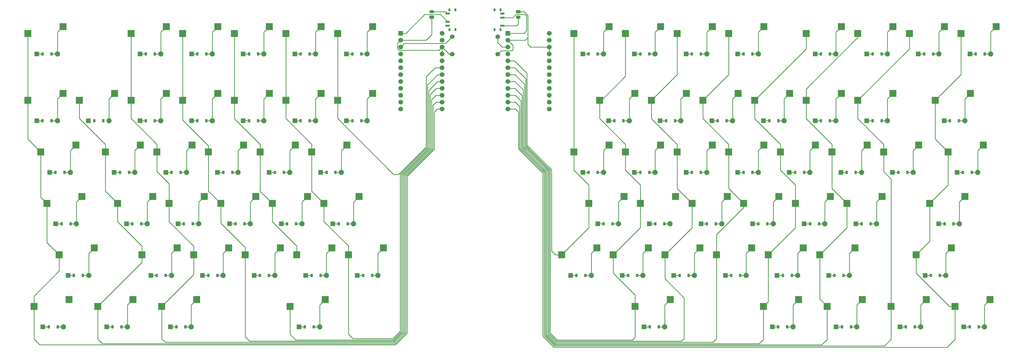
<source format=gbr>
%TF.GenerationSoftware,KiCad,Pcbnew,9.0.2*%
%TF.CreationDate,2025-05-23T00:15:24+09:00*%
%TF.ProjectId,jjongkbd,6a6a6f6e-676b-4626-942e-6b696361645f,0.1*%
%TF.SameCoordinates,Original*%
%TF.FileFunction,Copper,L2,Bot*%
%TF.FilePolarity,Positive*%
%FSLAX46Y46*%
G04 Gerber Fmt 4.6, Leading zero omitted, Abs format (unit mm)*
G04 Created by KiCad (PCBNEW 9.0.2) date 2025-05-23 00:15:24*
%MOMM*%
%LPD*%
G01*
G04 APERTURE LIST*
G04 Aperture macros list*
%AMRoundRect*
0 Rectangle with rounded corners*
0 $1 Rounding radius*
0 $2 $3 $4 $5 $6 $7 $8 $9 X,Y pos of 4 corners*
0 Add a 4 corners polygon primitive as box body*
4,1,4,$2,$3,$4,$5,$6,$7,$8,$9,$2,$3,0*
0 Add four circle primitives for the rounded corners*
1,1,$1+$1,$2,$3*
1,1,$1+$1,$4,$5*
1,1,$1+$1,$6,$7*
1,1,$1+$1,$8,$9*
0 Add four rect primitives between the rounded corners*
20,1,$1+$1,$2,$3,$4,$5,0*
20,1,$1+$1,$4,$5,$6,$7,0*
20,1,$1+$1,$6,$7,$8,$9,0*
20,1,$1+$1,$8,$9,$2,$3,0*%
G04 Aperture macros list end*
%TA.AperFunction,SMDPad,CuDef*%
%ADD10R,2.550000X2.500000*%
%TD*%
%TA.AperFunction,SMDPad,CuDef*%
%ADD11R,0.900000X1.200000*%
%TD*%
%TA.AperFunction,ComponentPad*%
%ADD12R,1.778000X1.778000*%
%TD*%
%TA.AperFunction,ComponentPad*%
%ADD13C,1.905000*%
%TD*%
%TA.AperFunction,ComponentPad*%
%ADD14C,1.700000*%
%TD*%
%TA.AperFunction,SMDPad,CuDef*%
%ADD15R,0.800000X1.000000*%
%TD*%
%TA.AperFunction,SMDPad,CuDef*%
%ADD16R,1.500000X0.700000*%
%TD*%
%TA.AperFunction,ComponentPad*%
%ADD17RoundRect,0.240000X-0.635000X0.360000X-0.635000X-0.360000X0.635000X-0.360000X0.635000X0.360000X0*%
%TD*%
%TA.AperFunction,ComponentPad*%
%ADD18O,1.750000X1.200000*%
%TD*%
%TA.AperFunction,ComponentPad*%
%ADD19RoundRect,0.240000X0.635000X-0.360000X0.635000X0.360000X-0.635000X0.360000X-0.635000X-0.360000X0*%
%TD*%
%TA.AperFunction,ComponentPad*%
%ADD20R,1.752600X1.752600*%
%TD*%
%TA.AperFunction,ComponentPad*%
%ADD21C,1.752600*%
%TD*%
%TA.AperFunction,Conductor*%
%ADD22C,0.250000*%
%TD*%
G04 APERTURE END LIST*
D10*
%TO.P,S1,1*%
%TO.N,LC1*%
X30915000Y-54460000D03*
%TO.P,S1,2*%
%TO.N,function_esc*%
X43842000Y-51920000D03*
%TD*%
%TO.P,S2,1*%
%TO.N,LC3*%
X68915000Y-54460000D03*
%TO.P,S2,2*%
%TO.N,function_f1*%
X81842000Y-51920000D03*
%TD*%
%TO.P,S3,1*%
%TO.N,LC4*%
X87915000Y-54460000D03*
%TO.P,S3,2*%
%TO.N,function_f2*%
X100842000Y-51920000D03*
%TD*%
%TO.P,S4,1*%
%TO.N,LC5*%
X106915000Y-54460000D03*
%TO.P,S4,2*%
%TO.N,function_f3*%
X119842000Y-51920000D03*
%TD*%
%TO.P,S5,1*%
%TO.N,LC6*%
X125915000Y-54460000D03*
%TO.P,S5,2*%
%TO.N,function_f4*%
X138842000Y-51920000D03*
%TD*%
%TO.P,S6,1*%
%TO.N,LC7*%
X144915000Y-54460000D03*
%TO.P,S6,2*%
%TO.N,function_f5*%
X157842000Y-51920000D03*
%TD*%
%TO.P,S7,1*%
%TO.N,LC1*%
X30915000Y-79160000D03*
%TO.P,S7,2*%
%TO.N,num_tilda*%
X43842000Y-76620000D03*
%TD*%
%TO.P,S8,1*%
%TO.N,LC2*%
X49915000Y-79160000D03*
%TO.P,S8,2*%
%TO.N,num_one*%
X62842000Y-76620000D03*
%TD*%
%TO.P,S9,1*%
%TO.N,LC3*%
X68915000Y-79160000D03*
%TO.P,S9,2*%
%TO.N,num_two*%
X81842000Y-76620000D03*
%TD*%
%TO.P,S10,1*%
%TO.N,LC4*%
X87915000Y-79160000D03*
%TO.P,S10,2*%
%TO.N,num_three*%
X100842000Y-76620000D03*
%TD*%
%TO.P,S11,1*%
%TO.N,LC5*%
X106915000Y-79160000D03*
%TO.P,S11,2*%
%TO.N,num_four*%
X119842000Y-76620000D03*
%TD*%
%TO.P,S12,1*%
%TO.N,LC6*%
X125915000Y-79160000D03*
%TO.P,S12,2*%
%TO.N,num_five*%
X138842000Y-76620000D03*
%TD*%
%TO.P,S13,1*%
%TO.N,LC7*%
X144915000Y-79160000D03*
%TO.P,S13,2*%
%TO.N,num_six*%
X157842000Y-76620000D03*
%TD*%
%TO.P,S14,1*%
%TO.N,LC1*%
X35665000Y-98160000D03*
%TO.P,S14,2*%
%TO.N,top_tab*%
X48592000Y-95620000D03*
%TD*%
%TO.P,S15,1*%
%TO.N,LC2*%
X59415000Y-98160000D03*
%TO.P,S15,2*%
%TO.N,top_q*%
X72342000Y-95620000D03*
%TD*%
%TO.P,S16,1*%
%TO.N,LC3*%
X78415000Y-98160000D03*
%TO.P,S16,2*%
%TO.N,top_w*%
X91342000Y-95620000D03*
%TD*%
%TO.P,S17,1*%
%TO.N,LC4*%
X97415000Y-98160000D03*
%TO.P,S17,2*%
%TO.N,top_e*%
X110342000Y-95620000D03*
%TD*%
%TO.P,S18,1*%
%TO.N,LC5*%
X116415000Y-98160000D03*
%TO.P,S18,2*%
%TO.N,top_r*%
X129342000Y-95620000D03*
%TD*%
%TO.P,S19,1*%
%TO.N,LC6*%
X135415000Y-98160000D03*
%TO.P,S19,2*%
%TO.N,top_t*%
X148342000Y-95620000D03*
%TD*%
%TO.P,S20,1*%
%TO.N,LC1*%
X37915000Y-117160000D03*
%TO.P,S20,2*%
%TO.N,mid_caps*%
X50842000Y-114620000D03*
%TD*%
%TO.P,S21,1*%
%TO.N,LC2*%
X63915000Y-117160000D03*
%TO.P,S21,2*%
%TO.N,mid_a*%
X76842000Y-114620000D03*
%TD*%
%TO.P,S22,1*%
%TO.N,LC3*%
X82915000Y-117160000D03*
%TO.P,S22,2*%
%TO.N,mid_s*%
X95842000Y-114620000D03*
%TD*%
%TO.P,S23,1*%
%TO.N,LC4*%
X101915000Y-117160000D03*
%TO.P,S23,2*%
%TO.N,mid_d*%
X114842000Y-114620000D03*
%TD*%
%TO.P,S24,1*%
%TO.N,LC5*%
X120915000Y-117160000D03*
%TO.P,S24,2*%
%TO.N,mid_f*%
X133842000Y-114620000D03*
%TD*%
%TO.P,S25,1*%
%TO.N,LC6*%
X139915000Y-117160000D03*
%TO.P,S25,2*%
%TO.N,mid_g*%
X152842000Y-114620000D03*
%TD*%
%TO.P,S26,1*%
%TO.N,LC1*%
X42415000Y-136160000D03*
%TO.P,S26,2*%
%TO.N,bottom_shift*%
X55342000Y-133620000D03*
%TD*%
%TO.P,S27,1*%
%TO.N,LC2*%
X72915000Y-136160000D03*
%TO.P,S27,2*%
%TO.N,bottom_z*%
X85842000Y-133620000D03*
%TD*%
%TO.P,S28,1*%
%TO.N,LC3*%
X91915000Y-136160000D03*
%TO.P,S28,2*%
%TO.N,bottom_x*%
X104842000Y-133620000D03*
%TD*%
%TO.P,S29,1*%
%TO.N,LC4*%
X110915000Y-136160000D03*
%TO.P,S29,2*%
%TO.N,bottom_c*%
X123842000Y-133620000D03*
%TD*%
%TO.P,S30,1*%
%TO.N,LC5*%
X129915000Y-136160000D03*
%TO.P,S30,2*%
%TO.N,bottom_v*%
X142842000Y-133620000D03*
%TD*%
%TO.P,S31,1*%
%TO.N,LC6*%
X148915000Y-136160000D03*
%TO.P,S31,2*%
%TO.N,bottom_b*%
X161842000Y-133620000D03*
%TD*%
%TO.P,S32,1*%
%TO.N,LC1*%
X33165000Y-155160000D03*
%TO.P,S32,2*%
%TO.N,meta_ctrl*%
X46092000Y-152620000D03*
%TD*%
%TO.P,S33,1*%
%TO.N,LC2*%
X56665000Y-155160000D03*
%TO.P,S33,2*%
%TO.N,meta_win*%
X69592000Y-152620000D03*
%TD*%
%TO.P,S34,1*%
%TO.N,LC3*%
X80165000Y-155160000D03*
%TO.P,S34,2*%
%TO.N,meta_alt*%
X93092000Y-152620000D03*
%TD*%
%TO.P,S35,1*%
%TO.N,LC5*%
X127415000Y-155160000D03*
%TO.P,S35,2*%
%TO.N,meta_space*%
X140342000Y-152620000D03*
%TD*%
%TO.P,S36,1*%
%TO.N,RC8*%
X372165000Y-155160000D03*
%TO.P,S36,2*%
%TO.N,meta_ctrl_r*%
X385092000Y-152620000D03*
%TD*%
%TO.P,S37,1*%
%TO.N,RC7*%
X348665000Y-155160000D03*
%TO.P,S37,2*%
%TO.N,meta_meta*%
X361592000Y-152620000D03*
%TD*%
%TO.P,S38,1*%
%TO.N,RC6*%
X325165000Y-155160000D03*
%TO.P,S38,2*%
%TO.N,meta_fn*%
X338092000Y-152620000D03*
%TD*%
%TO.P,S39,1*%
%TO.N,RC5*%
X301665000Y-155160000D03*
%TO.P,S39,2*%
%TO.N,meta_alt_r*%
X314592000Y-152620000D03*
%TD*%
%TO.P,S40,1*%
%TO.N,RC2*%
X254415000Y-155160000D03*
%TO.P,S40,2*%
%TO.N,meta_space_r*%
X267342000Y-152620000D03*
%TD*%
%TO.P,S41,1*%
%TO.N,RC8*%
X357915000Y-136160000D03*
%TO.P,S41,2*%
%TO.N,bottom_shift_r*%
X370842000Y-133620000D03*
%TD*%
%TO.P,S42,1*%
%TO.N,RC6*%
X322415000Y-136160000D03*
%TO.P,S42,2*%
%TO.N,bottom_slash*%
X335342000Y-133620000D03*
%TD*%
%TO.P,S43,1*%
%TO.N,RC5*%
X303415000Y-136160000D03*
%TO.P,S43,2*%
%TO.N,bottom_period*%
X316342000Y-133620000D03*
%TD*%
%TO.P,S44,1*%
%TO.N,RC4*%
X284415000Y-136160000D03*
%TO.P,S44,2*%
%TO.N,bottom_comma*%
X297342000Y-133620000D03*
%TD*%
%TO.P,S45,1*%
%TO.N,RC3*%
X265415000Y-136160000D03*
%TO.P,S45,2*%
%TO.N,bottom_m*%
X278342000Y-133620000D03*
%TD*%
%TO.P,S46,1*%
%TO.N,RC2*%
X246415000Y-136160000D03*
%TO.P,S46,2*%
%TO.N,bottom_n*%
X259342000Y-133620000D03*
%TD*%
%TO.P,S47,1*%
%TO.N,RC1*%
X227415000Y-136160000D03*
%TO.P,S47,2*%
%TO.N,bottom_b_r*%
X240342000Y-133620000D03*
%TD*%
%TO.P,S48,1*%
%TO.N,RC8*%
X362915000Y-117160000D03*
%TO.P,S48,2*%
%TO.N,mid_enter*%
X375842000Y-114620000D03*
%TD*%
%TO.P,S49,1*%
%TO.N,RC6*%
X332415000Y-117160000D03*
%TO.P,S49,2*%
%TO.N,mid_quote*%
X345342000Y-114620000D03*
%TD*%
%TO.P,S50,1*%
%TO.N,RC5*%
X313415000Y-117160000D03*
%TO.P,S50,2*%
%TO.N,mid_colon*%
X326342000Y-114620000D03*
%TD*%
%TO.P,S51,1*%
%TO.N,RC4*%
X294415000Y-117160000D03*
%TO.P,S51,2*%
%TO.N,mid_l*%
X307342000Y-114620000D03*
%TD*%
%TO.P,S52,1*%
%TO.N,RC3*%
X275415000Y-117160000D03*
%TO.P,S52,2*%
%TO.N,mid_k*%
X288342000Y-114620000D03*
%TD*%
%TO.P,S53,1*%
%TO.N,RC2*%
X256415000Y-117160000D03*
%TO.P,S53,2*%
%TO.N,mid_j*%
X269342000Y-114620000D03*
%TD*%
%TO.P,S54,1*%
%TO.N,RC1*%
X237415000Y-117160000D03*
%TO.P,S54,2*%
%TO.N,mid_h*%
X250342000Y-114620000D03*
%TD*%
%TO.P,S55,1*%
%TO.N,RC8*%
X369665000Y-98160000D03*
%TO.P,S55,2*%
%TO.N,top_pipe*%
X382592000Y-95620000D03*
%TD*%
%TO.P,S56,1*%
%TO.N,RC7*%
X345915000Y-98160000D03*
%TO.P,S56,2*%
%TO.N,top_right_paren*%
X358842000Y-95620000D03*
%TD*%
%TO.P,S57,1*%
%TO.N,RC6*%
X326915000Y-98160000D03*
%TO.P,S57,2*%
%TO.N,top_left_paren*%
X339842000Y-95620000D03*
%TD*%
%TO.P,S58,1*%
%TO.N,RC5*%
X307915000Y-98160000D03*
%TO.P,S58,2*%
%TO.N,top_p*%
X320842000Y-95620000D03*
%TD*%
%TO.P,S59,1*%
%TO.N,RC4*%
X288915000Y-98160000D03*
%TO.P,S59,2*%
%TO.N,top_o*%
X301842000Y-95620000D03*
%TD*%
%TO.P,S60,1*%
%TO.N,RC3*%
X269915000Y-98160000D03*
%TO.P,S60,2*%
%TO.N,top_i*%
X282842000Y-95620000D03*
%TD*%
%TO.P,S61,1*%
%TO.N,RC2*%
X250915000Y-98160000D03*
%TO.P,S61,2*%
%TO.N,top_u*%
X263842000Y-95620000D03*
%TD*%
%TO.P,S62,1*%
%TO.N,RC1*%
X231915000Y-98160000D03*
%TO.P,S62,2*%
%TO.N,top_y*%
X244842000Y-95620000D03*
%TD*%
%TO.P,S63,1*%
%TO.N,RC8*%
X364915000Y-79160000D03*
%TO.P,S63,2*%
%TO.N,num_backspace*%
X377842000Y-76620000D03*
%TD*%
%TO.P,S64,1*%
%TO.N,RC7*%
X336415000Y-79160000D03*
%TO.P,S64,2*%
%TO.N,num_plus*%
X349342000Y-76620000D03*
%TD*%
%TO.P,S65,1*%
%TO.N,RC6*%
X317415000Y-79160000D03*
%TO.P,S65,2*%
%TO.N,num_minus*%
X330342000Y-76620000D03*
%TD*%
%TO.P,S66,1*%
%TO.N,RC5*%
X298415000Y-79160000D03*
%TO.P,S66,2*%
%TO.N,num_zero*%
X311342000Y-76620000D03*
%TD*%
%TO.P,S67,1*%
%TO.N,RC4*%
X279415000Y-79160000D03*
%TO.P,S67,2*%
%TO.N,num_nine*%
X292342000Y-76620000D03*
%TD*%
%TO.P,S68,1*%
%TO.N,RC3*%
X260415000Y-79160000D03*
%TO.P,S68,2*%
%TO.N,num_eight*%
X273342000Y-76620000D03*
%TD*%
%TO.P,S69,1*%
%TO.N,RC2*%
X241415000Y-79160000D03*
%TO.P,S69,2*%
%TO.N,num_seven*%
X254342000Y-76620000D03*
%TD*%
%TO.P,S70,1*%
%TO.N,RC8*%
X374415000Y-54460000D03*
%TO.P,S70,2*%
%TO.N,function_f12*%
X387342000Y-51920000D03*
%TD*%
%TO.P,S71,1*%
%TO.N,RC7*%
X355415000Y-54460000D03*
%TO.P,S71,2*%
%TO.N,function_f11*%
X368342000Y-51920000D03*
%TD*%
%TO.P,S72,1*%
%TO.N,RC6*%
X336415000Y-54460000D03*
%TO.P,S72,2*%
%TO.N,function_f10*%
X349342000Y-51920000D03*
%TD*%
%TO.P,S73,1*%
%TO.N,RC5*%
X317415000Y-54460000D03*
%TO.P,S73,2*%
%TO.N,function_f9*%
X330342000Y-51920000D03*
%TD*%
%TO.P,S74,1*%
%TO.N,RC4*%
X288915000Y-54460000D03*
%TO.P,S74,2*%
%TO.N,function_f8*%
X301842000Y-51920000D03*
%TD*%
%TO.P,S75,1*%
%TO.N,RC3*%
X269915000Y-54460000D03*
%TO.P,S75,2*%
%TO.N,function_f7*%
X282842000Y-51920000D03*
%TD*%
%TO.P,S76,1*%
%TO.N,RC2*%
X250915000Y-54460000D03*
%TO.P,S76,2*%
%TO.N,function_f6*%
X263842000Y-51920000D03*
%TD*%
%TO.P,S77,1*%
%TO.N,RC1*%
X231915000Y-54460000D03*
%TO.P,S77,2*%
%TO.N,function_f5_r*%
X244842000Y-51920000D03*
%TD*%
D11*
%TO.P,D1,1*%
%TO.N,LR1*%
X36350000Y-62000000D03*
%TO.P,D1,2*%
%TO.N,function_esc*%
X39650000Y-62000000D03*
D12*
%TO.P,D1,1*%
%TO.N,LR1*%
X34190000Y-62000000D03*
D13*
%TO.P,D1,2*%
%TO.N,function_esc*%
X41810000Y-62000000D03*
%TD*%
D11*
%TO.P,D2,1*%
%TO.N,LR1*%
X74350000Y-62000000D03*
%TO.P,D2,2*%
%TO.N,function_f1*%
X77650000Y-62000000D03*
D12*
%TO.P,D2,1*%
%TO.N,LR1*%
X72190000Y-62000000D03*
D13*
%TO.P,D2,2*%
%TO.N,function_f1*%
X79810000Y-62000000D03*
%TD*%
D11*
%TO.P,D3,1*%
%TO.N,LR1*%
X93350000Y-62000000D03*
%TO.P,D3,2*%
%TO.N,function_f2*%
X96650000Y-62000000D03*
D12*
%TO.P,D3,1*%
%TO.N,LR1*%
X91190000Y-62000000D03*
D13*
%TO.P,D3,2*%
%TO.N,function_f2*%
X98810000Y-62000000D03*
%TD*%
D11*
%TO.P,D4,1*%
%TO.N,LR1*%
X112350000Y-62000000D03*
%TO.P,D4,2*%
%TO.N,function_f3*%
X115650000Y-62000000D03*
D12*
%TO.P,D4,1*%
%TO.N,LR1*%
X110190000Y-62000000D03*
D13*
%TO.P,D4,2*%
%TO.N,function_f3*%
X117810000Y-62000000D03*
%TD*%
D11*
%TO.P,D5,1*%
%TO.N,LR1*%
X131350000Y-62000000D03*
%TO.P,D5,2*%
%TO.N,function_f4*%
X134650000Y-62000000D03*
D12*
%TO.P,D5,1*%
%TO.N,LR1*%
X129190000Y-62000000D03*
D13*
%TO.P,D5,2*%
%TO.N,function_f4*%
X136810000Y-62000000D03*
%TD*%
D11*
%TO.P,D6,1*%
%TO.N,LR1*%
X150350000Y-62000000D03*
%TO.P,D6,2*%
%TO.N,function_f5*%
X153650000Y-62000000D03*
D12*
%TO.P,D6,1*%
%TO.N,LR1*%
X148190000Y-62000000D03*
D13*
%TO.P,D6,2*%
%TO.N,function_f5*%
X155810000Y-62000000D03*
%TD*%
D11*
%TO.P,D7,1*%
%TO.N,LR2*%
X36350000Y-86700000D03*
%TO.P,D7,2*%
%TO.N,num_tilda*%
X39650000Y-86700000D03*
D12*
%TO.P,D7,1*%
%TO.N,LR2*%
X34190000Y-86700000D03*
D13*
%TO.P,D7,2*%
%TO.N,num_tilda*%
X41810000Y-86700000D03*
%TD*%
D11*
%TO.P,D8,1*%
%TO.N,LR2*%
X55350000Y-86700000D03*
%TO.P,D8,2*%
%TO.N,num_one*%
X58650000Y-86700000D03*
D12*
%TO.P,D8,1*%
%TO.N,LR2*%
X53190000Y-86700000D03*
D13*
%TO.P,D8,2*%
%TO.N,num_one*%
X60810000Y-86700000D03*
%TD*%
D11*
%TO.P,D9,1*%
%TO.N,LR2*%
X74350000Y-86700000D03*
%TO.P,D9,2*%
%TO.N,num_two*%
X77650000Y-86700000D03*
D12*
%TO.P,D9,1*%
%TO.N,LR2*%
X72190000Y-86700000D03*
D13*
%TO.P,D9,2*%
%TO.N,num_two*%
X79810000Y-86700000D03*
%TD*%
D11*
%TO.P,D10,1*%
%TO.N,LR2*%
X93350000Y-86700000D03*
%TO.P,D10,2*%
%TO.N,num_three*%
X96650000Y-86700000D03*
D12*
%TO.P,D10,1*%
%TO.N,LR2*%
X91190000Y-86700000D03*
D13*
%TO.P,D10,2*%
%TO.N,num_three*%
X98810000Y-86700000D03*
%TD*%
D11*
%TO.P,D11,1*%
%TO.N,LR2*%
X112350000Y-86700000D03*
%TO.P,D11,2*%
%TO.N,num_four*%
X115650000Y-86700000D03*
D12*
%TO.P,D11,1*%
%TO.N,LR2*%
X110190000Y-86700000D03*
D13*
%TO.P,D11,2*%
%TO.N,num_four*%
X117810000Y-86700000D03*
%TD*%
D11*
%TO.P,D12,1*%
%TO.N,LR2*%
X131350000Y-86700000D03*
%TO.P,D12,2*%
%TO.N,num_five*%
X134650000Y-86700000D03*
D12*
%TO.P,D12,1*%
%TO.N,LR2*%
X129190000Y-86700000D03*
D13*
%TO.P,D12,2*%
%TO.N,num_five*%
X136810000Y-86700000D03*
%TD*%
D11*
%TO.P,D13,1*%
%TO.N,LR2*%
X150350000Y-86700000D03*
%TO.P,D13,2*%
%TO.N,num_six*%
X153650000Y-86700000D03*
D12*
%TO.P,D13,1*%
%TO.N,LR2*%
X148190000Y-86700000D03*
D13*
%TO.P,D13,2*%
%TO.N,num_six*%
X155810000Y-86700000D03*
%TD*%
D11*
%TO.P,D14,1*%
%TO.N,LR3*%
X41100000Y-105700000D03*
%TO.P,D14,2*%
%TO.N,top_tab*%
X44400000Y-105700000D03*
D12*
%TO.P,D14,1*%
%TO.N,LR3*%
X38940000Y-105700000D03*
D13*
%TO.P,D14,2*%
%TO.N,top_tab*%
X46560000Y-105700000D03*
%TD*%
D11*
%TO.P,D15,1*%
%TO.N,LR3*%
X64850000Y-105700000D03*
%TO.P,D15,2*%
%TO.N,top_q*%
X68150000Y-105700000D03*
D12*
%TO.P,D15,1*%
%TO.N,LR3*%
X62690000Y-105700000D03*
D13*
%TO.P,D15,2*%
%TO.N,top_q*%
X70310000Y-105700000D03*
%TD*%
D11*
%TO.P,D16,1*%
%TO.N,LR3*%
X83850000Y-105700000D03*
%TO.P,D16,2*%
%TO.N,top_w*%
X87150000Y-105700000D03*
D12*
%TO.P,D16,1*%
%TO.N,LR3*%
X81690000Y-105700000D03*
D13*
%TO.P,D16,2*%
%TO.N,top_w*%
X89310000Y-105700000D03*
%TD*%
D11*
%TO.P,D17,1*%
%TO.N,LR3*%
X102850000Y-105700000D03*
%TO.P,D17,2*%
%TO.N,top_e*%
X106150000Y-105700000D03*
D12*
%TO.P,D17,1*%
%TO.N,LR3*%
X100690000Y-105700000D03*
D13*
%TO.P,D17,2*%
%TO.N,top_e*%
X108310000Y-105700000D03*
%TD*%
D11*
%TO.P,D18,1*%
%TO.N,LR3*%
X121850000Y-105700000D03*
%TO.P,D18,2*%
%TO.N,top_r*%
X125150000Y-105700000D03*
D12*
%TO.P,D18,1*%
%TO.N,LR3*%
X119690000Y-105700000D03*
D13*
%TO.P,D18,2*%
%TO.N,top_r*%
X127310000Y-105700000D03*
%TD*%
D11*
%TO.P,D19,1*%
%TO.N,LR3*%
X140850000Y-105700000D03*
%TO.P,D19,2*%
%TO.N,top_t*%
X144150000Y-105700000D03*
D12*
%TO.P,D19,1*%
%TO.N,LR3*%
X138690000Y-105700000D03*
D13*
%TO.P,D19,2*%
%TO.N,top_t*%
X146310000Y-105700000D03*
%TD*%
D11*
%TO.P,D20,1*%
%TO.N,LR4*%
X43350000Y-124700000D03*
%TO.P,D20,2*%
%TO.N,mid_caps*%
X46650000Y-124700000D03*
D12*
%TO.P,D20,1*%
%TO.N,LR4*%
X41190000Y-124700000D03*
D13*
%TO.P,D20,2*%
%TO.N,mid_caps*%
X48810000Y-124700000D03*
%TD*%
D11*
%TO.P,D21,1*%
%TO.N,LR4*%
X69350000Y-124700000D03*
%TO.P,D21,2*%
%TO.N,mid_a*%
X72650000Y-124700000D03*
D12*
%TO.P,D21,1*%
%TO.N,LR4*%
X67190000Y-124700000D03*
D13*
%TO.P,D21,2*%
%TO.N,mid_a*%
X74810000Y-124700000D03*
%TD*%
D11*
%TO.P,D22,1*%
%TO.N,LR4*%
X88350000Y-124700000D03*
%TO.P,D22,2*%
%TO.N,mid_s*%
X91650000Y-124700000D03*
D12*
%TO.P,D22,1*%
%TO.N,LR4*%
X86190000Y-124700000D03*
D13*
%TO.P,D22,2*%
%TO.N,mid_s*%
X93810000Y-124700000D03*
%TD*%
D11*
%TO.P,D23,1*%
%TO.N,LR4*%
X107350000Y-124700000D03*
%TO.P,D23,2*%
%TO.N,mid_d*%
X110650000Y-124700000D03*
D12*
%TO.P,D23,1*%
%TO.N,LR4*%
X105190000Y-124700000D03*
D13*
%TO.P,D23,2*%
%TO.N,mid_d*%
X112810000Y-124700000D03*
%TD*%
D11*
%TO.P,D24,1*%
%TO.N,LR4*%
X126350000Y-124700000D03*
%TO.P,D24,2*%
%TO.N,mid_f*%
X129650000Y-124700000D03*
D12*
%TO.P,D24,1*%
%TO.N,LR4*%
X124190000Y-124700000D03*
D13*
%TO.P,D24,2*%
%TO.N,mid_f*%
X131810000Y-124700000D03*
%TD*%
D11*
%TO.P,D25,1*%
%TO.N,LR4*%
X145350000Y-124700000D03*
%TO.P,D25,2*%
%TO.N,mid_g*%
X148650000Y-124700000D03*
D12*
%TO.P,D25,1*%
%TO.N,LR4*%
X143190000Y-124700000D03*
D13*
%TO.P,D25,2*%
%TO.N,mid_g*%
X150810000Y-124700000D03*
%TD*%
D11*
%TO.P,D26,1*%
%TO.N,LR5*%
X47850000Y-143700000D03*
%TO.P,D26,2*%
%TO.N,bottom_shift*%
X51150000Y-143700000D03*
D12*
%TO.P,D26,1*%
%TO.N,LR5*%
X45690000Y-143700000D03*
D13*
%TO.P,D26,2*%
%TO.N,bottom_shift*%
X53310000Y-143700000D03*
%TD*%
D11*
%TO.P,D27,1*%
%TO.N,LR5*%
X78350000Y-143700000D03*
%TO.P,D27,2*%
%TO.N,bottom_z*%
X81650000Y-143700000D03*
D12*
%TO.P,D27,1*%
%TO.N,LR5*%
X76190000Y-143700000D03*
D13*
%TO.P,D27,2*%
%TO.N,bottom_z*%
X83810000Y-143700000D03*
%TD*%
D11*
%TO.P,D28,1*%
%TO.N,LR5*%
X97350000Y-143700000D03*
%TO.P,D28,2*%
%TO.N,bottom_x*%
X100650000Y-143700000D03*
D12*
%TO.P,D28,1*%
%TO.N,LR5*%
X95190000Y-143700000D03*
D13*
%TO.P,D28,2*%
%TO.N,bottom_x*%
X102810000Y-143700000D03*
%TD*%
D11*
%TO.P,D29,1*%
%TO.N,LR5*%
X116350000Y-143700000D03*
%TO.P,D29,2*%
%TO.N,bottom_c*%
X119650000Y-143700000D03*
D12*
%TO.P,D29,1*%
%TO.N,LR5*%
X114190000Y-143700000D03*
D13*
%TO.P,D29,2*%
%TO.N,bottom_c*%
X121810000Y-143700000D03*
%TD*%
D11*
%TO.P,D30,1*%
%TO.N,LR5*%
X135350000Y-143700000D03*
%TO.P,D30,2*%
%TO.N,bottom_v*%
X138650000Y-143700000D03*
D12*
%TO.P,D30,1*%
%TO.N,LR5*%
X133190000Y-143700000D03*
D13*
%TO.P,D30,2*%
%TO.N,bottom_v*%
X140810000Y-143700000D03*
%TD*%
D11*
%TO.P,D31,1*%
%TO.N,LR5*%
X154350000Y-143700000D03*
%TO.P,D31,2*%
%TO.N,bottom_b*%
X157650000Y-143700000D03*
D12*
%TO.P,D31,1*%
%TO.N,LR5*%
X152190000Y-143700000D03*
D13*
%TO.P,D31,2*%
%TO.N,bottom_b*%
X159810000Y-143700000D03*
%TD*%
D11*
%TO.P,D32,1*%
%TO.N,LR6*%
X38600000Y-162700000D03*
%TO.P,D32,2*%
%TO.N,meta_ctrl*%
X41900000Y-162700000D03*
D12*
%TO.P,D32,1*%
%TO.N,LR6*%
X36440000Y-162700000D03*
D13*
%TO.P,D32,2*%
%TO.N,meta_ctrl*%
X44060000Y-162700000D03*
%TD*%
D11*
%TO.P,D33,1*%
%TO.N,LR6*%
X62100000Y-162700000D03*
%TO.P,D33,2*%
%TO.N,meta_win*%
X65400000Y-162700000D03*
D12*
%TO.P,D33,1*%
%TO.N,LR6*%
X59940000Y-162700000D03*
D13*
%TO.P,D33,2*%
%TO.N,meta_win*%
X67560000Y-162700000D03*
%TD*%
D11*
%TO.P,D34,1*%
%TO.N,LR6*%
X85600000Y-162700000D03*
%TO.P,D34,2*%
%TO.N,meta_alt*%
X88900000Y-162700000D03*
D12*
%TO.P,D34,1*%
%TO.N,LR6*%
X83440000Y-162700000D03*
D13*
%TO.P,D34,2*%
%TO.N,meta_alt*%
X91060000Y-162700000D03*
%TD*%
D11*
%TO.P,D35,1*%
%TO.N,LR6*%
X132850000Y-162700000D03*
%TO.P,D35,2*%
%TO.N,meta_space*%
X136150000Y-162700000D03*
D12*
%TO.P,D35,1*%
%TO.N,LR6*%
X130690000Y-162700000D03*
D13*
%TO.P,D35,2*%
%TO.N,meta_space*%
X138310000Y-162700000D03*
%TD*%
D11*
%TO.P,D36,1*%
%TO.N,RR6*%
X377600000Y-162700000D03*
%TO.P,D36,2*%
%TO.N,meta_ctrl_r*%
X380900000Y-162700000D03*
D12*
%TO.P,D36,1*%
%TO.N,RR6*%
X375440000Y-162700000D03*
D13*
%TO.P,D36,2*%
%TO.N,meta_ctrl_r*%
X383060000Y-162700000D03*
%TD*%
D11*
%TO.P,D37,1*%
%TO.N,RR6*%
X354100000Y-162700000D03*
%TO.P,D37,2*%
%TO.N,meta_meta*%
X357400000Y-162700000D03*
D12*
%TO.P,D37,1*%
%TO.N,RR6*%
X351940000Y-162700000D03*
D13*
%TO.P,D37,2*%
%TO.N,meta_meta*%
X359560000Y-162700000D03*
%TD*%
D11*
%TO.P,D38,1*%
%TO.N,RR6*%
X330600000Y-162700000D03*
%TO.P,D38,2*%
%TO.N,meta_fn*%
X333900000Y-162700000D03*
D12*
%TO.P,D38,1*%
%TO.N,RR6*%
X328440000Y-162700000D03*
D13*
%TO.P,D38,2*%
%TO.N,meta_fn*%
X336060000Y-162700000D03*
%TD*%
D11*
%TO.P,D39,1*%
%TO.N,RR6*%
X307100000Y-162700000D03*
%TO.P,D39,2*%
%TO.N,meta_alt_r*%
X310400000Y-162700000D03*
D12*
%TO.P,D39,1*%
%TO.N,RR6*%
X304940000Y-162700000D03*
D13*
%TO.P,D39,2*%
%TO.N,meta_alt_r*%
X312560000Y-162700000D03*
%TD*%
D11*
%TO.P,D40,1*%
%TO.N,RR6*%
X259850000Y-162700000D03*
%TO.P,D40,2*%
%TO.N,meta_space_r*%
X263150000Y-162700000D03*
D12*
%TO.P,D40,1*%
%TO.N,RR6*%
X257690000Y-162700000D03*
D13*
%TO.P,D40,2*%
%TO.N,meta_space_r*%
X265310000Y-162700000D03*
%TD*%
D11*
%TO.P,D41,1*%
%TO.N,RR5*%
X363350000Y-143700000D03*
%TO.P,D41,2*%
%TO.N,bottom_shift_r*%
X366650000Y-143700000D03*
D12*
%TO.P,D41,1*%
%TO.N,RR5*%
X361190000Y-143700000D03*
D13*
%TO.P,D41,2*%
%TO.N,bottom_shift_r*%
X368810000Y-143700000D03*
%TD*%
D11*
%TO.P,D42,1*%
%TO.N,RR5*%
X327850000Y-143700000D03*
%TO.P,D42,2*%
%TO.N,bottom_slash*%
X331150000Y-143700000D03*
D12*
%TO.P,D42,1*%
%TO.N,RR5*%
X325690000Y-143700000D03*
D13*
%TO.P,D42,2*%
%TO.N,bottom_slash*%
X333310000Y-143700000D03*
%TD*%
D11*
%TO.P,D43,1*%
%TO.N,RR5*%
X308850000Y-143700000D03*
%TO.P,D43,2*%
%TO.N,bottom_period*%
X312150000Y-143700000D03*
D12*
%TO.P,D43,1*%
%TO.N,RR5*%
X306690000Y-143700000D03*
D13*
%TO.P,D43,2*%
%TO.N,bottom_period*%
X314310000Y-143700000D03*
%TD*%
D11*
%TO.P,D44,1*%
%TO.N,RR5*%
X289850000Y-143700000D03*
%TO.P,D44,2*%
%TO.N,bottom_comma*%
X293150000Y-143700000D03*
D12*
%TO.P,D44,1*%
%TO.N,RR5*%
X287690000Y-143700000D03*
D13*
%TO.P,D44,2*%
%TO.N,bottom_comma*%
X295310000Y-143700000D03*
%TD*%
D11*
%TO.P,D45,1*%
%TO.N,RR5*%
X270850000Y-143700000D03*
%TO.P,D45,2*%
%TO.N,bottom_m*%
X274150000Y-143700000D03*
D12*
%TO.P,D45,1*%
%TO.N,RR5*%
X268690000Y-143700000D03*
D13*
%TO.P,D45,2*%
%TO.N,bottom_m*%
X276310000Y-143700000D03*
%TD*%
D11*
%TO.P,D46,1*%
%TO.N,RR5*%
X251850000Y-143700000D03*
%TO.P,D46,2*%
%TO.N,bottom_n*%
X255150000Y-143700000D03*
D12*
%TO.P,D46,1*%
%TO.N,RR5*%
X249690000Y-143700000D03*
D13*
%TO.P,D46,2*%
%TO.N,bottom_n*%
X257310000Y-143700000D03*
%TD*%
D11*
%TO.P,D47,1*%
%TO.N,RR5*%
X232850000Y-143700000D03*
%TO.P,D47,2*%
%TO.N,bottom_b_r*%
X236150000Y-143700000D03*
D12*
%TO.P,D47,1*%
%TO.N,RR5*%
X230690000Y-143700000D03*
D13*
%TO.P,D47,2*%
%TO.N,bottom_b_r*%
X238310000Y-143700000D03*
%TD*%
D11*
%TO.P,D48,1*%
%TO.N,RR4*%
X368350000Y-124700000D03*
%TO.P,D48,2*%
%TO.N,mid_enter*%
X371650000Y-124700000D03*
D12*
%TO.P,D48,1*%
%TO.N,RR4*%
X366190000Y-124700000D03*
D13*
%TO.P,D48,2*%
%TO.N,mid_enter*%
X373810000Y-124700000D03*
%TD*%
D11*
%TO.P,D49,1*%
%TO.N,RR4*%
X337850000Y-124700000D03*
%TO.P,D49,2*%
%TO.N,mid_quote*%
X341150000Y-124700000D03*
D12*
%TO.P,D49,1*%
%TO.N,RR4*%
X335690000Y-124700000D03*
D13*
%TO.P,D49,2*%
%TO.N,mid_quote*%
X343310000Y-124700000D03*
%TD*%
D11*
%TO.P,D50,1*%
%TO.N,RR4*%
X318850000Y-124700000D03*
%TO.P,D50,2*%
%TO.N,mid_colon*%
X322150000Y-124700000D03*
D12*
%TO.P,D50,1*%
%TO.N,RR4*%
X316690000Y-124700000D03*
D13*
%TO.P,D50,2*%
%TO.N,mid_colon*%
X324310000Y-124700000D03*
%TD*%
D11*
%TO.P,D51,1*%
%TO.N,RR4*%
X299850000Y-124700000D03*
%TO.P,D51,2*%
%TO.N,mid_l*%
X303150000Y-124700000D03*
D12*
%TO.P,D51,1*%
%TO.N,RR4*%
X297690000Y-124700000D03*
D13*
%TO.P,D51,2*%
%TO.N,mid_l*%
X305310000Y-124700000D03*
%TD*%
D11*
%TO.P,D52,1*%
%TO.N,RR4*%
X280850000Y-124700000D03*
%TO.P,D52,2*%
%TO.N,mid_k*%
X284150000Y-124700000D03*
D12*
%TO.P,D52,1*%
%TO.N,RR4*%
X278690000Y-124700000D03*
D13*
%TO.P,D52,2*%
%TO.N,mid_k*%
X286310000Y-124700000D03*
%TD*%
D11*
%TO.P,D53,1*%
%TO.N,RR4*%
X261850000Y-124700000D03*
%TO.P,D53,2*%
%TO.N,mid_j*%
X265150000Y-124700000D03*
D12*
%TO.P,D53,1*%
%TO.N,RR4*%
X259690000Y-124700000D03*
D13*
%TO.P,D53,2*%
%TO.N,mid_j*%
X267310000Y-124700000D03*
%TD*%
D11*
%TO.P,D54,1*%
%TO.N,RR4*%
X242850000Y-124700000D03*
%TO.P,D54,2*%
%TO.N,mid_h*%
X246150000Y-124700000D03*
D12*
%TO.P,D54,1*%
%TO.N,RR4*%
X240690000Y-124700000D03*
D13*
%TO.P,D54,2*%
%TO.N,mid_h*%
X248310000Y-124700000D03*
%TD*%
D11*
%TO.P,D55,1*%
%TO.N,RR3*%
X375100000Y-105700000D03*
%TO.P,D55,2*%
%TO.N,top_pipe*%
X378400000Y-105700000D03*
D12*
%TO.P,D55,1*%
%TO.N,RR3*%
X372940000Y-105700000D03*
D13*
%TO.P,D55,2*%
%TO.N,top_pipe*%
X380560000Y-105700000D03*
%TD*%
D11*
%TO.P,D56,1*%
%TO.N,RR3*%
X351350000Y-105700000D03*
%TO.P,D56,2*%
%TO.N,top_right_paren*%
X354650000Y-105700000D03*
D12*
%TO.P,D56,1*%
%TO.N,RR3*%
X349190000Y-105700000D03*
D13*
%TO.P,D56,2*%
%TO.N,top_right_paren*%
X356810000Y-105700000D03*
%TD*%
D11*
%TO.P,D57,1*%
%TO.N,RR3*%
X332350000Y-105700000D03*
%TO.P,D57,2*%
%TO.N,top_left_paren*%
X335650000Y-105700000D03*
D12*
%TO.P,D57,1*%
%TO.N,RR3*%
X330190000Y-105700000D03*
D13*
%TO.P,D57,2*%
%TO.N,top_left_paren*%
X337810000Y-105700000D03*
%TD*%
D11*
%TO.P,D58,1*%
%TO.N,RR3*%
X313350000Y-105700000D03*
%TO.P,D58,2*%
%TO.N,top_p*%
X316650000Y-105700000D03*
D12*
%TO.P,D58,1*%
%TO.N,RR3*%
X311190000Y-105700000D03*
D13*
%TO.P,D58,2*%
%TO.N,top_p*%
X318810000Y-105700000D03*
%TD*%
D11*
%TO.P,D59,1*%
%TO.N,RR3*%
X294350000Y-105700000D03*
%TO.P,D59,2*%
%TO.N,top_o*%
X297650000Y-105700000D03*
D12*
%TO.P,D59,1*%
%TO.N,RR3*%
X292190000Y-105700000D03*
D13*
%TO.P,D59,2*%
%TO.N,top_o*%
X299810000Y-105700000D03*
%TD*%
D11*
%TO.P,D60,1*%
%TO.N,RR3*%
X275350000Y-105700000D03*
%TO.P,D60,2*%
%TO.N,top_i*%
X278650000Y-105700000D03*
D12*
%TO.P,D60,1*%
%TO.N,RR3*%
X273190000Y-105700000D03*
D13*
%TO.P,D60,2*%
%TO.N,top_i*%
X280810000Y-105700000D03*
%TD*%
D11*
%TO.P,D61,1*%
%TO.N,RR3*%
X256350000Y-105700000D03*
%TO.P,D61,2*%
%TO.N,top_u*%
X259650000Y-105700000D03*
D12*
%TO.P,D61,1*%
%TO.N,RR3*%
X254190000Y-105700000D03*
D13*
%TO.P,D61,2*%
%TO.N,top_u*%
X261810000Y-105700000D03*
%TD*%
D11*
%TO.P,D62,1*%
%TO.N,RR3*%
X237350000Y-105700000D03*
%TO.P,D62,2*%
%TO.N,top_y*%
X240650000Y-105700000D03*
D12*
%TO.P,D62,1*%
%TO.N,RR3*%
X235190000Y-105700000D03*
D13*
%TO.P,D62,2*%
%TO.N,top_y*%
X242810000Y-105700000D03*
%TD*%
D11*
%TO.P,D63,1*%
%TO.N,RR2*%
X370350000Y-86700000D03*
%TO.P,D63,2*%
%TO.N,num_backspace*%
X373650000Y-86700000D03*
D12*
%TO.P,D63,1*%
%TO.N,RR2*%
X368190000Y-86700000D03*
D13*
%TO.P,D63,2*%
%TO.N,num_backspace*%
X375810000Y-86700000D03*
%TD*%
D11*
%TO.P,D64,1*%
%TO.N,RR2*%
X341850000Y-86700000D03*
%TO.P,D64,2*%
%TO.N,num_plus*%
X345150000Y-86700000D03*
D12*
%TO.P,D64,1*%
%TO.N,RR2*%
X339690000Y-86700000D03*
D13*
%TO.P,D64,2*%
%TO.N,num_plus*%
X347310000Y-86700000D03*
%TD*%
D11*
%TO.P,D65,1*%
%TO.N,RR2*%
X322850000Y-86700000D03*
%TO.P,D65,2*%
%TO.N,num_minus*%
X326150000Y-86700000D03*
D12*
%TO.P,D65,1*%
%TO.N,RR2*%
X320690000Y-86700000D03*
D13*
%TO.P,D65,2*%
%TO.N,num_minus*%
X328310000Y-86700000D03*
%TD*%
D11*
%TO.P,D66,1*%
%TO.N,RR2*%
X303850000Y-86700000D03*
%TO.P,D66,2*%
%TO.N,num_zero*%
X307150000Y-86700000D03*
D12*
%TO.P,D66,1*%
%TO.N,RR2*%
X301690000Y-86700000D03*
D13*
%TO.P,D66,2*%
%TO.N,num_zero*%
X309310000Y-86700000D03*
%TD*%
D11*
%TO.P,D67,1*%
%TO.N,RR2*%
X284850000Y-86700000D03*
%TO.P,D67,2*%
%TO.N,num_nine*%
X288150000Y-86700000D03*
D12*
%TO.P,D67,1*%
%TO.N,RR2*%
X282690000Y-86700000D03*
D13*
%TO.P,D67,2*%
%TO.N,num_nine*%
X290310000Y-86700000D03*
%TD*%
D11*
%TO.P,D68,1*%
%TO.N,RR2*%
X265850000Y-86700000D03*
%TO.P,D68,2*%
%TO.N,num_eight*%
X269150000Y-86700000D03*
D12*
%TO.P,D68,1*%
%TO.N,RR2*%
X263690000Y-86700000D03*
D13*
%TO.P,D68,2*%
%TO.N,num_eight*%
X271310000Y-86700000D03*
%TD*%
D11*
%TO.P,D69,1*%
%TO.N,RR2*%
X246850000Y-86700000D03*
%TO.P,D69,2*%
%TO.N,num_seven*%
X250150000Y-86700000D03*
D12*
%TO.P,D69,1*%
%TO.N,RR2*%
X244690000Y-86700000D03*
D13*
%TO.P,D69,2*%
%TO.N,num_seven*%
X252310000Y-86700000D03*
%TD*%
D11*
%TO.P,D70,1*%
%TO.N,RR1*%
X379850000Y-62000000D03*
%TO.P,D70,2*%
%TO.N,function_f12*%
X383150000Y-62000000D03*
D12*
%TO.P,D70,1*%
%TO.N,RR1*%
X377690000Y-62000000D03*
D13*
%TO.P,D70,2*%
%TO.N,function_f12*%
X385310000Y-62000000D03*
%TD*%
D11*
%TO.P,D71,1*%
%TO.N,RR1*%
X360850000Y-62000000D03*
%TO.P,D71,2*%
%TO.N,function_f11*%
X364150000Y-62000000D03*
D12*
%TO.P,D71,1*%
%TO.N,RR1*%
X358690000Y-62000000D03*
D13*
%TO.P,D71,2*%
%TO.N,function_f11*%
X366310000Y-62000000D03*
%TD*%
D11*
%TO.P,D72,1*%
%TO.N,RR1*%
X341850000Y-62000000D03*
%TO.P,D72,2*%
%TO.N,function_f10*%
X345150000Y-62000000D03*
D12*
%TO.P,D72,1*%
%TO.N,RR1*%
X339690000Y-62000000D03*
D13*
%TO.P,D72,2*%
%TO.N,function_f10*%
X347310000Y-62000000D03*
%TD*%
D11*
%TO.P,D73,1*%
%TO.N,RR1*%
X322850000Y-62000000D03*
%TO.P,D73,2*%
%TO.N,function_f9*%
X326150000Y-62000000D03*
D12*
%TO.P,D73,1*%
%TO.N,RR1*%
X320690000Y-62000000D03*
D13*
%TO.P,D73,2*%
%TO.N,function_f9*%
X328310000Y-62000000D03*
%TD*%
D11*
%TO.P,D74,1*%
%TO.N,RR1*%
X294350000Y-62000000D03*
%TO.P,D74,2*%
%TO.N,function_f8*%
X297650000Y-62000000D03*
D12*
%TO.P,D74,1*%
%TO.N,RR1*%
X292190000Y-62000000D03*
D13*
%TO.P,D74,2*%
%TO.N,function_f8*%
X299810000Y-62000000D03*
%TD*%
D11*
%TO.P,D75,1*%
%TO.N,RR1*%
X275350000Y-62000000D03*
%TO.P,D75,2*%
%TO.N,function_f7*%
X278650000Y-62000000D03*
D12*
%TO.P,D75,1*%
%TO.N,RR1*%
X273190000Y-62000000D03*
D13*
%TO.P,D75,2*%
%TO.N,function_f7*%
X280810000Y-62000000D03*
%TD*%
D11*
%TO.P,D76,1*%
%TO.N,RR1*%
X256350000Y-62000000D03*
%TO.P,D76,2*%
%TO.N,function_f6*%
X259650000Y-62000000D03*
D12*
%TO.P,D76,1*%
%TO.N,RR1*%
X254190000Y-62000000D03*
D13*
%TO.P,D76,2*%
%TO.N,function_f6*%
X261810000Y-62000000D03*
%TD*%
D11*
%TO.P,D77,1*%
%TO.N,RR1*%
X237350000Y-62000000D03*
%TO.P,D77,2*%
%TO.N,function_f5_r*%
X240650000Y-62000000D03*
D12*
%TO.P,D77,1*%
%TO.N,RR1*%
X235190000Y-62000000D03*
D13*
%TO.P,D77,2*%
%TO.N,function_f5_r*%
X242810000Y-62000000D03*
%TD*%
D14*
%TO.P,RST1,2*%
%TO.N,LGND*%
X187150000Y-62150000D03*
%TO.P,RST1,1*%
%TO.N,LRST*%
X187150000Y-55650000D03*
%TD*%
%TO.P,RST2,2*%
%TO.N,RGND*%
X203850000Y-62150000D03*
%TO.P,RST2,1*%
%TO.N,RRST*%
X203850000Y-55650000D03*
%TD*%
D15*
%TO.P,PWR1,*%
%TO.N,*%
X186065000Y-45750000D03*
X188275000Y-45750000D03*
X186065000Y-53050000D03*
X188275000Y-53050000D03*
D16*
%TO.P,PWR1,1*%
%TO.N,LBAT*%
X185415000Y-47150000D03*
%TO.P,PWR1,2*%
%TO.N,LRAW*%
X185415000Y-50150000D03*
%TO.P,PWR1,3*%
%TO.N,N/C*%
X185415000Y-51650000D03*
%TD*%
D15*
%TO.P,PWR2,*%
%TO.N,*%
X204935000Y-53050000D03*
X202725000Y-53050000D03*
X204935000Y-45750000D03*
X202725000Y-45750000D03*
D16*
%TO.P,PWR2,1*%
%TO.N,RBAT*%
X205585000Y-51650000D03*
%TO.P,PWR2,2*%
%TO.N,RRAW*%
X205585000Y-48650000D03*
%TO.P,PWR2,3*%
%TO.N,N/C*%
X205585000Y-47150000D03*
%TD*%
D17*
%TO.P,JST1,1*%
%TO.N,LGND*%
X179550000Y-48500000D03*
D18*
%TO.P,JST1,2*%
%TO.N,LBAT*%
X179550000Y-46500000D03*
%TD*%
D19*
%TO.P,JST2,1*%
%TO.N,RGND*%
X211450000Y-46500000D03*
D18*
%TO.P,JST2,2*%
%TO.N,RBAT*%
X211450000Y-48500000D03*
%TD*%
D20*
%TO.P,MCU1,1*%
%TO.N,LRAW*%
X168130000Y-54430000D03*
D21*
%TO.P,MCU1,2*%
%TO.N,LGND*%
X168130000Y-56970000D03*
%TO.P,MCU1,3*%
%TO.N,LRST*%
X168130000Y-59510000D03*
%TO.P,MCU1,4*%
%TO.N,LVCC*%
X168130000Y-62050000D03*
%TO.P,MCU1,5*%
%TO.N,LP21*%
X168130000Y-64590000D03*
%TO.P,MCU1,6*%
%TO.N,LP20*%
X168130000Y-67130000D03*
%TO.P,MCU1,7*%
%TO.N,LR6*%
X168130000Y-69670000D03*
%TO.P,MCU1,8*%
%TO.N,LR5*%
X168130000Y-72210000D03*
%TO.P,MCU1,9*%
%TO.N,LR4*%
X168130000Y-74750000D03*
%TO.P,MCU1,10*%
%TO.N,LR3*%
X168130000Y-77290000D03*
%TO.P,MCU1,11*%
%TO.N,LR2*%
X168130000Y-79830000D03*
%TO.P,MCU1,12*%
%TO.N,LR1*%
X168130000Y-82370000D03*
%TO.P,MCU1,13*%
%TO.N,LP1*%
X183370000Y-54430000D03*
%TO.P,MCU1,14*%
%TO.N,LP0*%
X183370000Y-56970000D03*
%TO.P,MCU1,15*%
%TO.N,LGND*%
X183370000Y-59510000D03*
%TO.P,MCU1,16*%
X183370000Y-62050000D03*
%TO.P,MCU1,17*%
%TO.N,LP2*%
X183370000Y-64590000D03*
%TO.P,MCU1,18*%
%TO.N,LC7*%
X183370000Y-67130000D03*
%TO.P,MCU1,19*%
%TO.N,LC6*%
X183370000Y-69670000D03*
%TO.P,MCU1,20*%
%TO.N,LC5*%
X183370000Y-72210000D03*
%TO.P,MCU1,21*%
%TO.N,LC4*%
X183370000Y-74750000D03*
%TO.P,MCU1,22*%
%TO.N,LC3*%
X183370000Y-77290000D03*
%TO.P,MCU1,23*%
%TO.N,LC2*%
X183370000Y-79830000D03*
%TO.P,MCU1,24*%
%TO.N,LC1*%
X183370000Y-82370000D03*
%TD*%
D20*
%TO.P,MCU2,1*%
%TO.N,RRAW*%
X207630000Y-54430000D03*
D21*
%TO.P,MCU2,2*%
%TO.N,RGND*%
X207630000Y-56970000D03*
%TO.P,MCU2,3*%
%TO.N,RRST*%
X207630000Y-59510000D03*
%TO.P,MCU2,4*%
%TO.N,RVCC*%
X207630000Y-62050000D03*
%TO.P,MCU2,5*%
%TO.N,RC1*%
X207630000Y-64590000D03*
%TO.P,MCU2,6*%
%TO.N,RC2*%
X207630000Y-67130000D03*
%TO.P,MCU2,7*%
%TO.N,RC3*%
X207630000Y-69670000D03*
%TO.P,MCU2,8*%
%TO.N,RC4*%
X207630000Y-72210000D03*
%TO.P,MCU2,9*%
%TO.N,RC5*%
X207630000Y-74750000D03*
%TO.P,MCU2,10*%
%TO.N,RC6*%
X207630000Y-77290000D03*
%TO.P,MCU2,11*%
%TO.N,RC7*%
X207630000Y-79830000D03*
%TO.P,MCU2,12*%
%TO.N,RC8*%
X207630000Y-82370000D03*
%TO.P,MCU2,13*%
%TO.N,RP1*%
X222870000Y-54430000D03*
%TO.P,MCU2,14*%
%TO.N,RP0*%
X222870000Y-56970000D03*
%TO.P,MCU2,15*%
%TO.N,RGND*%
X222870000Y-59510000D03*
%TO.P,MCU2,16*%
X222870000Y-62050000D03*
%TO.P,MCU2,17*%
%TO.N,RP2*%
X222870000Y-64590000D03*
%TO.P,MCU2,18*%
%TO.N,RP3*%
X222870000Y-67130000D03*
%TO.P,MCU2,19*%
%TO.N,RR6*%
X222870000Y-69670000D03*
%TO.P,MCU2,20*%
%TO.N,RR5*%
X222870000Y-72210000D03*
%TO.P,MCU2,21*%
%TO.N,RR4*%
X222870000Y-74750000D03*
%TO.P,MCU2,22*%
%TO.N,RR3*%
X222870000Y-77290000D03*
%TO.P,MCU2,23*%
%TO.N,RR2*%
X222870000Y-79830000D03*
%TO.P,MCU2,24*%
%TO.N,RR1*%
X222870000Y-82370000D03*
%TD*%
D22*
%TO.N,RRAW*%
X205585000Y-48650000D02*
X209350000Y-48650000D01*
X209350000Y-48650000D02*
X210500000Y-47500000D01*
X214500000Y-48000000D02*
X214500000Y-53500000D01*
X210500000Y-47500000D02*
X214000000Y-47500000D01*
X214000000Y-47500000D02*
X214500000Y-48000000D01*
X214500000Y-53500000D02*
X213570000Y-54430000D01*
X213570000Y-54430000D02*
X207630000Y-54430000D01*
%TO.N,LC1*%
X42415000Y-136160000D02*
X42415000Y-142085000D01*
X42415000Y-142085000D02*
X33165000Y-151335000D01*
X33165000Y-151335000D02*
X33165000Y-155160000D01*
%TO.N,RR6*%
X259850000Y-162700000D02*
X257690000Y-162700000D01*
%TO.N,meta_space_r*%
X265310000Y-162700000D02*
X263150000Y-162700000D01*
%TO.N,RR6*%
X307100000Y-162700000D02*
X304940000Y-162700000D01*
%TO.N,meta_alt_r*%
X312560000Y-162700000D02*
X310400000Y-162700000D01*
%TO.N,RR6*%
X330600000Y-162700000D02*
X328440000Y-162700000D01*
%TO.N,meta_fn*%
X336060000Y-162700000D02*
X333900000Y-162700000D01*
%TO.N,RR6*%
X354100000Y-162700000D02*
X351940000Y-162700000D01*
%TO.N,meta_meta*%
X359560000Y-162700000D02*
X357400000Y-162700000D01*
%TO.N,RR6*%
X377600000Y-162700000D02*
X375440000Y-162700000D01*
%TO.N,meta_ctrl_r*%
X383060000Y-162700000D02*
X380900000Y-162700000D01*
%TO.N,RR5*%
X232850000Y-143700000D02*
X230690000Y-143700000D01*
%TO.N,bottom_b_r*%
X238310000Y-143700000D02*
X236150000Y-143700000D01*
%TO.N,RR5*%
X251850000Y-143700000D02*
X249690000Y-143700000D01*
%TO.N,bottom_n*%
X257310000Y-143700000D02*
X255150000Y-143700000D01*
%TO.N,RR5*%
X270850000Y-143700000D02*
X268690000Y-143700000D01*
%TO.N,bottom_m*%
X276310000Y-143700000D02*
X274150000Y-143700000D01*
%TO.N,RR5*%
X289850000Y-143700000D02*
X287690000Y-143700000D01*
%TO.N,bottom_comma*%
X295310000Y-143700000D02*
X293150000Y-143700000D01*
%TO.N,RR5*%
X308850000Y-143700000D02*
X306690000Y-143700000D01*
%TO.N,bottom_period*%
X314310000Y-143700000D02*
X312150000Y-143700000D01*
%TO.N,RR5*%
X327850000Y-143700000D02*
X325690000Y-143700000D01*
%TO.N,bottom_slash*%
X333310000Y-143700000D02*
X331150000Y-143700000D01*
%TO.N,RR5*%
X363350000Y-143700000D02*
X361190000Y-143700000D01*
%TO.N,bottom_shift_r*%
X368810000Y-143700000D02*
X366650000Y-143700000D01*
%TO.N,RR4*%
X242850000Y-124700000D02*
X240690000Y-124700000D01*
%TO.N,mid_h*%
X248310000Y-124700000D02*
X246150000Y-124700000D01*
%TO.N,RR4*%
X261850000Y-124700000D02*
X259690000Y-124700000D01*
%TO.N,mid_j*%
X267310000Y-124700000D02*
X265150000Y-124700000D01*
%TO.N,RR4*%
X280850000Y-124700000D02*
X278690000Y-124700000D01*
%TO.N,mid_k*%
X286310000Y-124700000D02*
X284150000Y-124700000D01*
%TO.N,RR4*%
X299850000Y-124700000D02*
X297690000Y-124700000D01*
%TO.N,mid_l*%
X305310000Y-124700000D02*
X303150000Y-124700000D01*
%TO.N,RR4*%
X318850000Y-124700000D02*
X316690000Y-124700000D01*
%TO.N,mid_colon*%
X324310000Y-124700000D02*
X322150000Y-124700000D01*
%TO.N,RR4*%
X337850000Y-124700000D02*
X335690000Y-124700000D01*
%TO.N,mid_quote*%
X343310000Y-124700000D02*
X341150000Y-124700000D01*
%TO.N,RR4*%
X368350000Y-124700000D02*
X366190000Y-124700000D01*
%TO.N,mid_enter*%
X373810000Y-124700000D02*
X371650000Y-124700000D01*
%TO.N,RR3*%
X237350000Y-105700000D02*
X235190000Y-105700000D01*
%TO.N,top_y*%
X242810000Y-105700000D02*
X240650000Y-105700000D01*
%TO.N,top_u*%
X263842000Y-95620000D02*
X261810000Y-97652000D01*
X261810000Y-97652000D02*
X261810000Y-105700000D01*
%TO.N,RR3*%
X256350000Y-105700000D02*
X254190000Y-105700000D01*
%TO.N,top_u*%
X261810000Y-105700000D02*
X259650000Y-105700000D01*
%TO.N,RR3*%
X275350000Y-105700000D02*
X273190000Y-105700000D01*
%TO.N,top_i*%
X280810000Y-105700000D02*
X278650000Y-105700000D01*
%TO.N,RR3*%
X294350000Y-105700000D02*
X292190000Y-105700000D01*
%TO.N,top_o*%
X299810000Y-105700000D02*
X297650000Y-105700000D01*
%TO.N,RR3*%
X313350000Y-105700000D02*
X311190000Y-105700000D01*
%TO.N,top_p*%
X318810000Y-105700000D02*
X316650000Y-105700000D01*
%TO.N,RR3*%
X332350000Y-105700000D02*
X330190000Y-105700000D01*
%TO.N,top_left_paren*%
X337810000Y-105700000D02*
X335650000Y-105700000D01*
%TO.N,RR3*%
X351350000Y-105700000D02*
X349190000Y-105700000D01*
%TO.N,top_right_paren*%
X356810000Y-105700000D02*
X354650000Y-105700000D01*
%TO.N,RR3*%
X375100000Y-105700000D02*
X372940000Y-105700000D01*
%TO.N,top_pipe*%
X380560000Y-105700000D02*
X378400000Y-105700000D01*
%TO.N,RR2*%
X265850000Y-86700000D02*
X263690000Y-86700000D01*
%TO.N,num_eight*%
X271310000Y-86700000D02*
X269150000Y-86700000D01*
%TO.N,RR2*%
X284850000Y-86700000D02*
X282690000Y-86700000D01*
%TO.N,num_nine*%
X290310000Y-86700000D02*
X288150000Y-86700000D01*
%TO.N,RR2*%
X303850000Y-86700000D02*
X301690000Y-86700000D01*
%TO.N,num_zero*%
X309310000Y-86700000D02*
X307150000Y-86700000D01*
%TO.N,RR2*%
X322850000Y-86700000D02*
X320690000Y-86700000D01*
%TO.N,num_minus*%
X328310000Y-86700000D02*
X326150000Y-86700000D01*
%TO.N,RR2*%
X341850000Y-86700000D02*
X339690000Y-86700000D01*
%TO.N,num_plus*%
X347310000Y-86700000D02*
X345150000Y-86700000D01*
%TO.N,RR2*%
X370350000Y-86700000D02*
X368190000Y-86700000D01*
%TO.N,num_backspace*%
X375810000Y-86700000D02*
X373650000Y-86700000D01*
%TO.N,RR2*%
X246850000Y-86700000D02*
X244690000Y-86700000D01*
%TO.N,num_seven*%
X252310000Y-86700000D02*
X250150000Y-86700000D01*
%TO.N,RR1*%
X237350000Y-62000000D02*
X235190000Y-62000000D01*
%TO.N,function_f5_r*%
X242810000Y-62000000D02*
X240650000Y-62000000D01*
%TO.N,RR1*%
X256350000Y-62000000D02*
X254190000Y-62000000D01*
%TO.N,function_f6*%
X261810000Y-62000000D02*
X259650000Y-62000000D01*
%TO.N,RR1*%
X275350000Y-62000000D02*
X273190000Y-62000000D01*
%TO.N,function_f7*%
X280810000Y-62000000D02*
X278650000Y-62000000D01*
%TO.N,RR1*%
X294350000Y-62000000D02*
X292190000Y-62000000D01*
%TO.N,function_f8*%
X299810000Y-62000000D02*
X297650000Y-62000000D01*
%TO.N,RR1*%
X322850000Y-62000000D02*
X320690000Y-62000000D01*
%TO.N,function_f9*%
X328310000Y-62000000D02*
X326150000Y-62000000D01*
%TO.N,RR1*%
X341850000Y-62000000D02*
X339690000Y-62000000D01*
%TO.N,function_f10*%
X347310000Y-62000000D02*
X345150000Y-62000000D01*
%TO.N,RR1*%
X360850000Y-62000000D02*
X358690000Y-62000000D01*
%TO.N,function_f11*%
X366310000Y-62000000D02*
X364150000Y-62000000D01*
%TO.N,RR1*%
X379850000Y-62000000D02*
X377690000Y-62000000D01*
%TO.N,function_f12*%
X385310000Y-62000000D02*
X383150000Y-62000000D01*
%TO.N,bottom_slash*%
X335342000Y-133620000D02*
X333310000Y-135652000D01*
X333310000Y-135652000D02*
X333310000Y-143700000D01*
%TO.N,bottom_shift_r*%
X370842000Y-133620000D02*
X368810000Y-135652000D01*
X368810000Y-135652000D02*
X368810000Y-143700000D01*
%TO.N,meta_ctrl_r*%
X385092000Y-152620000D02*
X383060000Y-154652000D01*
X383060000Y-154652000D02*
X383060000Y-162700000D01*
%TO.N,meta_meta*%
X361592000Y-152620000D02*
X359560000Y-154652000D01*
X359560000Y-154652000D02*
X359560000Y-162700000D01*
%TO.N,meta_fn*%
X338092000Y-152620000D02*
X336060000Y-154652000D01*
X336060000Y-154652000D02*
X336060000Y-162700000D01*
%TO.N,meta_alt_r*%
X314592000Y-152620000D02*
X312560000Y-154652000D01*
X312560000Y-154652000D02*
X312560000Y-162700000D01*
%TO.N,bottom_period*%
X316342000Y-133620000D02*
X314310000Y-135652000D01*
X314310000Y-135652000D02*
X314310000Y-143700000D01*
%TO.N,bottom_comma*%
X297342000Y-133620000D02*
X295310000Y-135652000D01*
X295310000Y-135652000D02*
X295310000Y-143700000D01*
%TO.N,bottom_m*%
X278342000Y-133620000D02*
X276310000Y-135652000D01*
X276310000Y-135652000D02*
X276310000Y-143700000D01*
%TO.N,meta_space_r*%
X267342000Y-152620000D02*
X265310000Y-154652000D01*
X265310000Y-154652000D02*
X265310000Y-162700000D01*
%TO.N,bottom_n*%
X259342000Y-133620000D02*
X257310000Y-135652000D01*
X257310000Y-135652000D02*
X257310000Y-143700000D01*
%TO.N,bottom_b_r*%
X240342000Y-133620000D02*
X238310000Y-135652000D01*
X238310000Y-135652000D02*
X238310000Y-143700000D01*
%TO.N,mid_h*%
X250342000Y-114620000D02*
X248310000Y-116652000D01*
X248310000Y-116652000D02*
X248310000Y-124700000D01*
%TO.N,top_y*%
X244842000Y-95620000D02*
X242810000Y-97652000D01*
X242810000Y-97652000D02*
X242810000Y-105700000D01*
%TO.N,num_seven*%
X254342000Y-76620000D02*
X252310000Y-78652000D01*
X252310000Y-78652000D02*
X252310000Y-86700000D01*
%TO.N,mid_k*%
X288342000Y-114620000D02*
X286310000Y-116652000D01*
X286310000Y-116652000D02*
X286310000Y-124700000D01*
%TO.N,mid_l*%
X307342000Y-114620000D02*
X305310000Y-116652000D01*
X305310000Y-116652000D02*
X305310000Y-124700000D01*
%TO.N,mid_colon*%
X326342000Y-114620000D02*
X324310000Y-116652000D01*
X324310000Y-116652000D02*
X324310000Y-124700000D01*
%TO.N,mid_quote*%
X345342000Y-114620000D02*
X343310000Y-116652000D01*
X343310000Y-116652000D02*
X343310000Y-124700000D01*
%TO.N,mid_enter*%
X375842000Y-114620000D02*
X373810000Y-116652000D01*
X373810000Y-116652000D02*
X373810000Y-124700000D01*
%TO.N,top_pipe*%
X382592000Y-95620000D02*
X380560000Y-97652000D01*
X380560000Y-97652000D02*
X380560000Y-105700000D01*
%TO.N,top_right_paren*%
X358842000Y-95620000D02*
X356810000Y-97652000D01*
X356810000Y-97652000D02*
X356810000Y-105700000D01*
%TO.N,top_left_paren*%
X339842000Y-95620000D02*
X337810000Y-97652000D01*
X337810000Y-97652000D02*
X337810000Y-105700000D01*
%TO.N,top_p*%
X320842000Y-95620000D02*
X318810000Y-97652000D01*
X318810000Y-97652000D02*
X318810000Y-105700000D01*
%TO.N,top_o*%
X301842000Y-95620000D02*
X299810000Y-97652000D01*
X299810000Y-97652000D02*
X299810000Y-105700000D01*
%TO.N,top_i*%
X282842000Y-95620000D02*
X280810000Y-97652000D01*
X280810000Y-97652000D02*
X280810000Y-105700000D01*
%TO.N,num_eight*%
X273342000Y-76620000D02*
X271310000Y-78652000D01*
X271310000Y-78652000D02*
X271310000Y-86700000D01*
%TO.N,num_nine*%
X292342000Y-76620000D02*
X290310000Y-78652000D01*
X290310000Y-78652000D02*
X290310000Y-86700000D01*
%TO.N,num_zero*%
X311342000Y-76620000D02*
X309310000Y-78652000D01*
X309310000Y-78652000D02*
X309310000Y-86700000D01*
%TO.N,num_minus*%
X330342000Y-76620000D02*
X328310000Y-78652000D01*
X328310000Y-78652000D02*
X328310000Y-86700000D01*
%TO.N,num_plus*%
X349342000Y-76620000D02*
X347310000Y-78652000D01*
X347310000Y-78652000D02*
X347310000Y-86700000D01*
%TO.N,num_backspace*%
X377842000Y-76620000D02*
X375810000Y-78652000D01*
X375810000Y-78652000D02*
X375810000Y-86700000D01*
%TO.N,function_f12*%
X387342000Y-51920000D02*
X385310000Y-53952000D01*
X385310000Y-53952000D02*
X385310000Y-62000000D01*
%TO.N,function_f11*%
X368342000Y-51920000D02*
X366310000Y-53952000D01*
X366310000Y-53952000D02*
X366310000Y-62000000D01*
%TO.N,function_f10*%
X349342000Y-51920000D02*
X347310000Y-53952000D01*
X347310000Y-53952000D02*
X347310000Y-62000000D01*
%TO.N,function_f9*%
X330342000Y-51920000D02*
X328310000Y-53952000D01*
X328310000Y-53952000D02*
X328310000Y-62000000D01*
%TO.N,function_f8*%
X301842000Y-51920000D02*
X299810000Y-53952000D01*
X299810000Y-53952000D02*
X299810000Y-62000000D01*
%TO.N,function_f7*%
X282842000Y-51920000D02*
X280810000Y-53952000D01*
X280810000Y-53952000D02*
X280810000Y-62000000D01*
%TO.N,function_f6*%
X263842000Y-51920000D02*
X261810000Y-53952000D01*
X261810000Y-53952000D02*
X261810000Y-62000000D01*
%TO.N,function_f5_r*%
X244842000Y-51920000D02*
X242810000Y-53952000D01*
X242810000Y-53952000D02*
X242810000Y-62000000D01*
%TO.N,LRAW*%
X185415000Y-50150000D02*
X182765000Y-47500000D01*
X182765000Y-47500000D02*
X177000000Y-47500000D01*
X177000000Y-47500000D02*
X170070000Y-54430000D01*
X170070000Y-54430000D02*
X168130000Y-54430000D01*
%TO.N,LGND*%
X179550000Y-48500000D02*
X179550000Y-54950000D01*
X179550000Y-54950000D02*
X177530000Y-56970000D01*
X177530000Y-56970000D02*
X168130000Y-56970000D01*
%TO.N,RRST*%
X203850000Y-55650000D02*
X203850000Y-57850000D01*
X203850000Y-57850000D02*
X205510000Y-59510000D01*
X205510000Y-59510000D02*
X207630000Y-59510000D01*
%TO.N,RGND*%
X203850000Y-62150000D02*
X205152300Y-60847700D01*
X205152300Y-60847700D02*
X209152300Y-60847700D01*
X209152300Y-60847700D02*
X209500000Y-60500000D01*
X209500000Y-60500000D02*
X209500000Y-58840000D01*
X209500000Y-58840000D02*
X207630000Y-56970000D01*
%TO.N,RBAT*%
X211450000Y-48500000D02*
X211450000Y-51050000D01*
X211450000Y-51050000D02*
X210850000Y-51650000D01*
X210850000Y-51650000D02*
X205585000Y-51650000D01*
%TO.N,RGND*%
X214951000Y-52186810D02*
X214951000Y-56049000D01*
X214030000Y-56970000D02*
X207630000Y-56970000D01*
X214951000Y-56049000D02*
X214030000Y-56970000D01*
X214951000Y-52186810D02*
X214951000Y-58451000D01*
X214951000Y-58451000D02*
X216010000Y-59510000D01*
X216010000Y-59510000D02*
X222870000Y-59510000D01*
X222870000Y-59510000D02*
X222870000Y-62050000D01*
%TO.N,RC2*%
X256415000Y-117160000D02*
X256415000Y-126160000D01*
X256415000Y-126160000D02*
X246415000Y-136160000D01*
%TO.N,RC3*%
X275415000Y-117160000D02*
X275415000Y-126160000D01*
X275415000Y-126160000D02*
X265415000Y-136160000D01*
%TO.N,RC4*%
X294415000Y-117160000D02*
X294415000Y-118660000D01*
X294415000Y-118660000D02*
X284415000Y-128660000D01*
X284415000Y-128660000D02*
X284415000Y-136160000D01*
%TO.N,RC5*%
X303415000Y-136160000D02*
X303415000Y-153410000D01*
X303415000Y-153410000D02*
X301665000Y-155160000D01*
X313415000Y-117160000D02*
X313415000Y-126160000D01*
X313415000Y-126160000D02*
X303415000Y-136160000D01*
%TO.N,RC6*%
X322415000Y-136160000D02*
X322415000Y-152410000D01*
X322415000Y-152410000D02*
X325165000Y-155160000D01*
X332415000Y-117160000D02*
X332415000Y-126160000D01*
X332415000Y-126160000D02*
X322415000Y-136160000D01*
%TO.N,RC8*%
X357915000Y-136160000D02*
X357915000Y-142915000D01*
X357915000Y-142915000D02*
X370160000Y-155160000D01*
X370160000Y-155160000D02*
X372165000Y-155160000D01*
X362915000Y-117160000D02*
X362915000Y-131160000D01*
X362915000Y-131160000D02*
X357915000Y-136160000D01*
X369665000Y-98160000D02*
X369665000Y-110410000D01*
X369665000Y-110410000D02*
X362915000Y-117160000D01*
%TO.N,RC7*%
X345915000Y-98160000D02*
X345915000Y-105415000D01*
X345915000Y-105415000D02*
X348665000Y-108165000D01*
X348665000Y-108165000D02*
X348665000Y-155160000D01*
%TO.N,RC6*%
X326915000Y-98160000D02*
X326915000Y-111660000D01*
X326915000Y-111660000D02*
X332415000Y-117160000D01*
%TO.N,RC5*%
X307915000Y-98160000D02*
X307915000Y-104915000D01*
X307915000Y-104915000D02*
X313415000Y-110415000D01*
X313415000Y-110415000D02*
X313415000Y-117160000D01*
%TO.N,RC4*%
X288915000Y-98160000D02*
X288915000Y-111660000D01*
X288915000Y-111660000D02*
X294415000Y-117160000D01*
%TO.N,RC3*%
X269915000Y-98160000D02*
X269915000Y-111660000D01*
X269915000Y-111660000D02*
X275415000Y-117160000D01*
%TO.N,RC2*%
X250915000Y-98160000D02*
X250915000Y-104855000D01*
X250915000Y-104855000D02*
X256415000Y-110355000D01*
X256415000Y-110355000D02*
X256415000Y-117160000D01*
X241415000Y-79160000D02*
X241415000Y-85855000D01*
X241415000Y-85855000D02*
X250915000Y-95355000D01*
X250915000Y-95355000D02*
X250915000Y-98160000D01*
%TO.N,RC3*%
X260415000Y-79160000D02*
X260415000Y-85915000D01*
X260415000Y-85915000D02*
X269915000Y-95415000D01*
X269915000Y-95415000D02*
X269915000Y-98160000D01*
%TO.N,RC4*%
X279415000Y-79160000D02*
X279415000Y-85855000D01*
X279415000Y-85855000D02*
X288915000Y-95355000D01*
X288915000Y-95355000D02*
X288915000Y-98160000D01*
%TO.N,RC5*%
X298415000Y-79160000D02*
X298415000Y-85915000D01*
X298415000Y-85915000D02*
X307915000Y-95415000D01*
X307915000Y-95415000D02*
X307915000Y-98160000D01*
%TO.N,RC6*%
X317415000Y-79160000D02*
X317415000Y-85915000D01*
X326915000Y-95415000D02*
X326915000Y-98160000D01*
X317415000Y-85915000D02*
X326915000Y-95415000D01*
%TO.N,RC7*%
X336415000Y-79160000D02*
X336415000Y-85915000D01*
X336415000Y-85915000D02*
X345915000Y-95415000D01*
X345915000Y-95415000D02*
X345915000Y-98160000D01*
%TO.N,RC8*%
X364915000Y-79160000D02*
X364915000Y-93410000D01*
X364915000Y-93410000D02*
X369665000Y-98160000D01*
X374415000Y-54460000D02*
X374415000Y-69660000D01*
X374415000Y-69660000D02*
X364915000Y-79160000D01*
%TO.N,RC7*%
X355415000Y-54460000D02*
X355415000Y-60160000D01*
X355415000Y-60160000D02*
X336415000Y-79160000D01*
%TO.N,RC6*%
X336415000Y-54460000D02*
X336415000Y-55960000D01*
X336415000Y-55960000D02*
X317415000Y-74960000D01*
X317415000Y-74960000D02*
X317415000Y-79160000D01*
%TO.N,RC5*%
X317415000Y-54460000D02*
X317415000Y-60160000D01*
X317415000Y-60160000D02*
X298415000Y-79160000D01*
%TO.N,RC4*%
X288915000Y-54460000D02*
X288915000Y-69660000D01*
X288915000Y-69660000D02*
X279415000Y-79160000D01*
%TO.N,RC3*%
X269915000Y-54460000D02*
X269915000Y-69660000D01*
X269915000Y-69660000D02*
X260415000Y-79160000D01*
%TO.N,RC2*%
X250915000Y-54460000D02*
X250915000Y-70281935D01*
X242036935Y-79160000D02*
X241415000Y-79160000D01*
X250915000Y-70281935D02*
X242036935Y-79160000D01*
%TO.N,RC6*%
X325165000Y-155160000D02*
X325165000Y-167335000D01*
X210290000Y-77290000D02*
X207630000Y-77290000D01*
X325165000Y-167335000D02*
X323196000Y-169304000D01*
X212402000Y-79402000D02*
X210290000Y-77290000D01*
X323196000Y-169304000D02*
X224941810Y-169304000D01*
X224941810Y-169304000D02*
X221402000Y-165764190D01*
X221402000Y-165764190D02*
X221402000Y-105626380D01*
X221402000Y-105626380D02*
X212402000Y-96626380D01*
X212402000Y-96626380D02*
X212402000Y-79402000D01*
%TO.N,RC8*%
X207630000Y-82370000D02*
X210370000Y-82370000D01*
X369294000Y-170206000D02*
X372165000Y-167335000D01*
X210370000Y-82370000D02*
X211500000Y-83500000D01*
X211500000Y-83500000D02*
X211500000Y-97000000D01*
X224568190Y-170206000D02*
X369294000Y-170206000D01*
X220500000Y-106000000D02*
X220500000Y-166137810D01*
X211500000Y-97000000D02*
X220500000Y-106000000D01*
X220500000Y-166137810D02*
X224568190Y-170206000D01*
X372165000Y-167335000D02*
X372165000Y-155160000D01*
%TO.N,RC7*%
X210330000Y-79830000D02*
X211951000Y-81451000D01*
X211951000Y-81451000D02*
X211951000Y-96813190D01*
X220951000Y-165951000D02*
X224755000Y-169755000D01*
X211951000Y-96813190D02*
X220951000Y-105813190D01*
X207630000Y-79830000D02*
X210330000Y-79830000D01*
X220951000Y-105813190D02*
X220951000Y-165951000D01*
X224755000Y-169755000D02*
X346245000Y-169755000D01*
X348665000Y-167335000D02*
X348665000Y-155160000D01*
X346245000Y-169755000D02*
X348665000Y-167335000D01*
%TO.N,RC5*%
X301665000Y-155160000D02*
X301665000Y-167335000D01*
X210250000Y-74750000D02*
X207630000Y-74750000D01*
X301665000Y-167335000D02*
X300147000Y-168853000D01*
X300147000Y-168853000D02*
X225128620Y-168853000D01*
X225128620Y-168853000D02*
X221853000Y-165577380D01*
X221853000Y-105439570D02*
X212853000Y-96439570D01*
X221853000Y-165577380D02*
X221853000Y-105439570D01*
X212853000Y-96439570D02*
X212853000Y-77353000D01*
X212853000Y-77353000D02*
X210250000Y-74750000D01*
%TO.N,RC3*%
X207630000Y-69670000D02*
X210170000Y-69670000D01*
X265415000Y-144915000D02*
X265415000Y-136160000D01*
X210170000Y-69670000D02*
X213755000Y-73255000D01*
X213755000Y-73255000D02*
X213755000Y-96065950D01*
X213755000Y-96065950D02*
X222755000Y-105065950D01*
X222755000Y-105065950D02*
X222755000Y-165203760D01*
X222755000Y-165203760D02*
X225502240Y-167951000D01*
X225502240Y-167951000D02*
X271549000Y-167951000D01*
X272500000Y-167000000D02*
X272500000Y-152000000D01*
X271549000Y-167951000D02*
X272500000Y-167000000D01*
X272500000Y-152000000D02*
X265415000Y-144915000D01*
%TO.N,RC4*%
X284415000Y-136160000D02*
X284415000Y-167085000D01*
X284415000Y-167085000D02*
X283098000Y-168402000D01*
X225315430Y-168402000D02*
X222456715Y-165543285D01*
X283098000Y-168402000D02*
X225315430Y-168402000D01*
%TO.N,RC7*%
X348500000Y-155000000D02*
X348660000Y-155160000D01*
X348660000Y-155160000D02*
X348665000Y-155160000D01*
%TO.N,RC2*%
X246415000Y-136160000D02*
X246415000Y-142915000D01*
X246415000Y-142915000D02*
X254415000Y-150915000D01*
X254415000Y-150915000D02*
X254415000Y-155160000D01*
%TO.N,RC1*%
X237415000Y-117160000D02*
X237415000Y-126160000D01*
X237415000Y-126160000D02*
X227415000Y-136160000D01*
X231915000Y-98160000D02*
X231915000Y-104915000D01*
X231915000Y-104915000D02*
X237415000Y-110415000D01*
X237415000Y-110415000D02*
X237415000Y-117160000D01*
%TO.N,RC4*%
X222304000Y-165390570D02*
X222304000Y-105252760D01*
X210210000Y-72210000D02*
X207630000Y-72210000D01*
X222304000Y-105252760D02*
X213304000Y-96252760D01*
X213304000Y-96252760D02*
X213304000Y-75304000D01*
X213304000Y-75304000D02*
X210210000Y-72210000D01*
X222456715Y-165543285D02*
X222304000Y-165390570D01*
%TO.N,RC2*%
X207630000Y-67130000D02*
X210130000Y-67130000D01*
X210130000Y-67130000D02*
X214206000Y-71206000D01*
X214206000Y-71206000D02*
X214206000Y-95879140D01*
X223206000Y-104879140D02*
X223206000Y-165016950D01*
X223206000Y-165016950D02*
X223344525Y-165155475D01*
X214206000Y-95879140D02*
X223206000Y-104879140D01*
%TO.N,RC1*%
X227415000Y-136160000D02*
X225160000Y-136160000D01*
X225160000Y-136160000D02*
X223657000Y-134657000D01*
X223657000Y-134657000D02*
X223657000Y-104692330D01*
X223657000Y-104692330D02*
X214657000Y-95692330D01*
X214657000Y-95692330D02*
X214657000Y-69157000D01*
X214657000Y-69157000D02*
X210090000Y-64590000D01*
X210090000Y-64590000D02*
X207630000Y-64590000D01*
%TO.N,RC2*%
X225689050Y-167500000D02*
X223344525Y-165155475D01*
X254415000Y-155160000D02*
X254415000Y-166585000D01*
X254415000Y-166585000D02*
X253500000Y-167500000D01*
X253500000Y-167500000D02*
X225689050Y-167500000D01*
X223344525Y-165155475D02*
X223304000Y-165114950D01*
%TO.N,RC4*%
X222456715Y-165543285D02*
X222402000Y-165488570D01*
%TO.N,LGND*%
X183370000Y-59510000D02*
X182167700Y-60712300D01*
X182167700Y-60712300D02*
X167631991Y-60712300D01*
X167631991Y-60712300D02*
X166927700Y-60008009D01*
X166927700Y-58172300D02*
X168130000Y-56970000D01*
X166927700Y-60008009D02*
X166927700Y-58172300D01*
X183370000Y-59510000D02*
X183370000Y-62050000D01*
X183370000Y-59510000D02*
X186010000Y-62150000D01*
X186010000Y-62150000D02*
X187150000Y-62150000D01*
%TO.N,LRST*%
X168130000Y-59510000D02*
X169467700Y-58172300D01*
X169467700Y-58172300D02*
X184627700Y-58172300D01*
X184627700Y-58172300D02*
X187150000Y-55650000D01*
X168490000Y-59510000D02*
X168500000Y-59500000D01*
X168130000Y-59510000D02*
X168490000Y-59510000D01*
%TO.N,LR1*%
X150350000Y-62000000D02*
X148190000Y-62000000D01*
%TO.N,function_f5*%
X155810000Y-62000000D02*
X153650000Y-62000000D01*
%TO.N,LR1*%
X131350000Y-62000000D02*
X129190000Y-62000000D01*
%TO.N,function_f4*%
X136810000Y-62000000D02*
X134650000Y-62000000D01*
%TO.N,LR1*%
X112350000Y-62000000D02*
X110190000Y-62000000D01*
%TO.N,function_f3*%
X117810000Y-62000000D02*
X115650000Y-62000000D01*
%TO.N,LR1*%
X93350000Y-62000000D02*
X91190000Y-62000000D01*
%TO.N,function_f2*%
X98810000Y-62000000D02*
X96650000Y-62000000D01*
%TO.N,LR1*%
X74350000Y-62000000D02*
X72190000Y-62000000D01*
%TO.N,function_f1*%
X79810000Y-62000000D02*
X77650000Y-62000000D01*
%TO.N,LR1*%
X36350000Y-62000000D02*
X34190000Y-62000000D01*
%TO.N,function_esc*%
X41810000Y-62000000D02*
X39650000Y-62000000D01*
%TO.N,LR2*%
X36350000Y-86700000D02*
X34190000Y-86700000D01*
%TO.N,num_tilda*%
X41810000Y-86700000D02*
X39650000Y-86700000D01*
%TO.N,LR2*%
X74350000Y-86700000D02*
X72190000Y-86700000D01*
%TO.N,num_two*%
X79810000Y-86700000D02*
X77650000Y-86700000D01*
%TO.N,LR2*%
X93350000Y-86700000D02*
X91190000Y-86700000D01*
%TO.N,num_three*%
X98810000Y-86700000D02*
X96650000Y-86700000D01*
%TO.N,LR2*%
X112350000Y-86700000D02*
X110190000Y-86700000D01*
%TO.N,num_four*%
X117810000Y-86700000D02*
X115650000Y-86700000D01*
%TO.N,LR2*%
X131350000Y-86700000D02*
X129190000Y-86700000D01*
%TO.N,num_five*%
X136810000Y-86700000D02*
X134650000Y-86700000D01*
%TO.N,LR2*%
X150350000Y-86700000D02*
X148190000Y-86700000D01*
%TO.N,num_six*%
X155810000Y-86700000D02*
X153650000Y-86700000D01*
%TO.N,top_t*%
X146310000Y-105700000D02*
X144150000Y-105700000D01*
%TO.N,LR3*%
X140850000Y-105700000D02*
X138690000Y-105700000D01*
%TO.N,top_r*%
X127310000Y-105700000D02*
X125150000Y-105700000D01*
%TO.N,LR3*%
X121850000Y-105700000D02*
X119690000Y-105700000D01*
%TO.N,top_e*%
X108310000Y-105700000D02*
X106150000Y-105700000D01*
%TO.N,LR3*%
X102850000Y-105700000D02*
X100690000Y-105700000D01*
%TO.N,top_w*%
X89310000Y-105700000D02*
X87150000Y-105700000D01*
%TO.N,LR3*%
X83850000Y-105700000D02*
X81690000Y-105700000D01*
X64850000Y-105700000D02*
X62690000Y-105700000D01*
%TO.N,top_q*%
X70310000Y-105700000D02*
X68150000Y-105700000D01*
%TO.N,LR3*%
X41100000Y-105700000D02*
X38940000Y-105700000D01*
%TO.N,top_tab*%
X46560000Y-105700000D02*
X44400000Y-105700000D01*
%TO.N,LR4*%
X43350000Y-124700000D02*
X41190000Y-124700000D01*
%TO.N,mid_caps*%
X48810000Y-124700000D02*
X46650000Y-124700000D01*
%TO.N,LR4*%
X69350000Y-124700000D02*
X67190000Y-124700000D01*
%TO.N,mid_a*%
X74810000Y-124700000D02*
X72650000Y-124700000D01*
%TO.N,LR4*%
X88350000Y-124700000D02*
X86190000Y-124700000D01*
%TO.N,mid_s*%
X93810000Y-124700000D02*
X91650000Y-124700000D01*
%TO.N,LR4*%
X107350000Y-124700000D02*
X105190000Y-124700000D01*
%TO.N,mid_d*%
X112810000Y-124700000D02*
X110650000Y-124700000D01*
%TO.N,LR4*%
X126350000Y-124700000D02*
X124190000Y-124700000D01*
%TO.N,mid_f*%
X131810000Y-124700000D02*
X129650000Y-124700000D01*
%TO.N,LR4*%
X145350000Y-124700000D02*
X143190000Y-124700000D01*
%TO.N,mid_g*%
X150810000Y-124700000D02*
X148650000Y-124700000D01*
%TO.N,LR5*%
X116350000Y-143700000D02*
X114190000Y-143700000D01*
%TO.N,bottom_c*%
X121810000Y-143700000D02*
X119650000Y-143700000D01*
%TO.N,LR5*%
X135350000Y-143700000D02*
X133190000Y-143700000D01*
%TO.N,bottom_v*%
X140810000Y-143700000D02*
X138650000Y-143700000D01*
%TO.N,LR5*%
X154350000Y-143700000D02*
X152190000Y-143700000D01*
%TO.N,bottom_b*%
X159810000Y-143700000D02*
X157650000Y-143700000D01*
%TO.N,LC5*%
X120915000Y-117160000D02*
X120915000Y-123915000D01*
X120915000Y-123915000D02*
X129915000Y-132915000D01*
X129915000Y-132915000D02*
X129915000Y-136160000D01*
%TO.N,LC4*%
X101915000Y-117160000D02*
X101915000Y-124415000D01*
X110915000Y-133415000D02*
X110915000Y-136160000D01*
X101915000Y-124415000D02*
X110915000Y-133415000D01*
%TO.N,LC3*%
X82915000Y-117160000D02*
X82915000Y-123915000D01*
X82915000Y-123915000D02*
X91915000Y-132915000D01*
X91915000Y-132915000D02*
X91915000Y-136160000D01*
X91915000Y-136160000D02*
X91915000Y-143410000D01*
X91915000Y-143410000D02*
X80165000Y-155160000D01*
%TO.N,bottom_x*%
X102810000Y-143700000D02*
X100650000Y-143700000D01*
%TO.N,LR5*%
X97350000Y-143700000D02*
X95190000Y-143700000D01*
X78350000Y-143700000D02*
X76190000Y-143700000D01*
%TO.N,bottom_z*%
X83810000Y-143700000D02*
X81650000Y-143700000D01*
%TO.N,LR5*%
X47850000Y-143700000D02*
X45690000Y-143700000D01*
%TO.N,bottom_shift*%
X53310000Y-143700000D02*
X51150000Y-143700000D01*
%TO.N,LR6*%
X38600000Y-162700000D02*
X36440000Y-162700000D01*
%TO.N,meta_ctrl*%
X44060000Y-162700000D02*
X41900000Y-162700000D01*
%TO.N,LR6*%
X62100000Y-162700000D02*
X59940000Y-162700000D01*
%TO.N,meta_win*%
X67560000Y-162700000D02*
X65400000Y-162700000D01*
%TO.N,LR6*%
X85600000Y-162700000D02*
X83440000Y-162700000D01*
%TO.N,meta_alt*%
X91060000Y-162700000D02*
X88900000Y-162700000D01*
%TO.N,LR6*%
X132850000Y-162700000D02*
X130690000Y-162700000D01*
%TO.N,meta_space*%
X138310000Y-162700000D02*
X136150000Y-162700000D01*
%TO.N,LC4*%
X110915000Y-136160000D02*
X110915000Y-166342101D01*
X112523899Y-167951000D02*
X165635570Y-167951000D01*
X110915000Y-166342101D02*
X112523899Y-167951000D01*
X179000000Y-96775620D02*
X179000000Y-77000000D01*
X165635570Y-167951000D02*
X169000000Y-164586570D01*
X181250000Y-74750000D02*
X183370000Y-74750000D01*
X169000000Y-164586570D02*
X169000000Y-106775620D01*
X169000000Y-106775620D02*
X179000000Y-96775620D01*
X179000000Y-77000000D02*
X181250000Y-74750000D01*
%TO.N,LC3*%
X81500000Y-168402000D02*
X129000000Y-168402000D01*
X80165000Y-155160000D02*
X80165000Y-167067000D01*
X80165000Y-167067000D02*
X81500000Y-168402000D01*
%TO.N,LC2*%
X58353000Y-168853000D02*
X166009190Y-168853000D01*
X170000000Y-107051240D02*
X180000000Y-97051240D01*
X181174387Y-79830000D02*
X183370000Y-79830000D01*
X166009190Y-168853000D02*
X170000000Y-164862190D01*
X56665000Y-155160000D02*
X56665000Y-167165000D01*
X180000000Y-97051240D02*
X180000000Y-81004387D01*
X180000000Y-81004387D02*
X181174387Y-79830000D01*
X170000000Y-164862190D02*
X170000000Y-107051240D01*
X56665000Y-167165000D02*
X58353000Y-168853000D01*
%TO.N,LC1*%
X33165000Y-155160000D02*
X33165000Y-167165000D01*
X181630000Y-82370000D02*
X183370000Y-82370000D01*
X35304000Y-169304000D02*
X166196000Y-169304000D01*
X166196000Y-169304000D02*
X170500000Y-165000000D01*
X170500000Y-165000000D02*
X170500000Y-107189050D01*
X33165000Y-167165000D02*
X35304000Y-169304000D01*
X170500000Y-107189050D02*
X180500000Y-97189050D01*
X180500000Y-97189050D02*
X180500000Y-83500000D01*
X180500000Y-83500000D02*
X181630000Y-82370000D01*
%TO.N,meta_win*%
X69592000Y-152620000D02*
X67560000Y-154652000D01*
X67560000Y-154652000D02*
X67560000Y-162700000D01*
%TO.N,meta_alt*%
X93092000Y-152620000D02*
X91060000Y-154652000D01*
X91060000Y-154652000D02*
X91060000Y-162700000D01*
%TO.N,meta_space*%
X140342000Y-152620000D02*
X138310000Y-154652000D01*
X138310000Y-154652000D02*
X138310000Y-162700000D01*
%TO.N,LC2*%
X72915000Y-136160000D02*
X72915000Y-138910000D01*
X72915000Y-138910000D02*
X56665000Y-155160000D01*
X63915000Y-117160000D02*
X63915000Y-123915000D01*
X63915000Y-123915000D02*
X72915000Y-132915000D01*
X72915000Y-132915000D02*
X72915000Y-136160000D01*
%TO.N,bottom_b*%
X161842000Y-133620000D02*
X159810000Y-135652000D01*
X159810000Y-135652000D02*
X159810000Y-143700000D01*
%TO.N,bottom_v*%
X142842000Y-133620000D02*
X140810000Y-135652000D01*
X140810000Y-135652000D02*
X140810000Y-143700000D01*
%TO.N,bottom_c*%
X123842000Y-133620000D02*
X121810000Y-135652000D01*
X121810000Y-135652000D02*
X121810000Y-143700000D01*
%TO.N,bottom_x*%
X104842000Y-133620000D02*
X102810000Y-135652000D01*
X102810000Y-135652000D02*
X102810000Y-143700000D01*
%TO.N,bottom_z*%
X85842000Y-133620000D02*
X83810000Y-135652000D01*
X83810000Y-135652000D02*
X83810000Y-143700000D01*
%TO.N,bottom_shift*%
X55342000Y-133620000D02*
X53310000Y-135652000D01*
X53310000Y-135652000D02*
X53310000Y-143700000D01*
%TO.N,mid_f*%
X133842000Y-114620000D02*
X131810000Y-116652000D01*
X131810000Y-116652000D02*
X131810000Y-124700000D01*
%TO.N,mid_d*%
X114842000Y-114620000D02*
X112810000Y-116652000D01*
X112810000Y-116652000D02*
X112810000Y-124700000D01*
%TO.N,mid_s*%
X95842000Y-114620000D02*
X93810000Y-116652000D01*
X93810000Y-116652000D02*
X93810000Y-124700000D01*
%TO.N,mid_a*%
X76842000Y-114620000D02*
X74810000Y-116652000D01*
X74810000Y-116652000D02*
X74810000Y-124700000D01*
%TO.N,mid_caps*%
X50842000Y-114620000D02*
X48810000Y-116652000D01*
X48810000Y-116652000D02*
X48810000Y-124700000D01*
%TO.N,LC1*%
X37915000Y-117160000D02*
X37915000Y-131660000D01*
X37915000Y-131660000D02*
X42415000Y-136160000D01*
%TO.N,LC5*%
X116415000Y-98160000D02*
X116415000Y-112660000D01*
X116415000Y-112660000D02*
X120915000Y-117160000D01*
%TO.N,LC4*%
X97415000Y-98160000D02*
X97415000Y-112660000D01*
X97415000Y-112660000D02*
X101915000Y-117160000D01*
%TO.N,LC3*%
X78415000Y-98160000D02*
X78415000Y-105415000D01*
X78415000Y-105415000D02*
X82915000Y-109915000D01*
X82915000Y-109915000D02*
X82915000Y-117160000D01*
%TO.N,LC2*%
X59415000Y-98160000D02*
X59415000Y-112660000D01*
X59415000Y-112660000D02*
X63915000Y-117160000D01*
%TO.N,LC1*%
X35665000Y-98160000D02*
X35665000Y-114910000D01*
X35665000Y-114910000D02*
X37915000Y-117160000D01*
%TO.N,top_e*%
X110342000Y-95620000D02*
X108310000Y-97652000D01*
X108310000Y-97652000D02*
X108310000Y-105700000D01*
%TO.N,top_w*%
X91342000Y-95620000D02*
X89310000Y-97652000D01*
X89310000Y-97652000D02*
X89310000Y-105700000D01*
%TO.N,top_tab*%
X48592000Y-95620000D02*
X46560000Y-97652000D01*
X46560000Y-97652000D02*
X46560000Y-105700000D01*
%TO.N,top_q*%
X72342000Y-95620000D02*
X70310000Y-97652000D01*
X70310000Y-97652000D02*
X70310000Y-105700000D01*
%TO.N,LC5*%
X106915000Y-79160000D02*
X106915000Y-85915000D01*
X106915000Y-85915000D02*
X116415000Y-95415000D01*
X116415000Y-95415000D02*
X116415000Y-98160000D01*
%TO.N,LC4*%
X87915000Y-79160000D02*
X87915000Y-86415000D01*
X87915000Y-86415000D02*
X97415000Y-95915000D01*
X97415000Y-95915000D02*
X97415000Y-98160000D01*
%TO.N,LC3*%
X68915000Y-79160000D02*
X68915000Y-85855000D01*
X68915000Y-85855000D02*
X78415000Y-95355000D01*
X78415000Y-95355000D02*
X78415000Y-98160000D01*
%TO.N,LC2*%
X49915000Y-79160000D02*
X49915000Y-85855000D01*
X49915000Y-85855000D02*
X59415000Y-95355000D01*
X59415000Y-95355000D02*
X59415000Y-98160000D01*
%TO.N,LC1*%
X30915000Y-79160000D02*
X30915000Y-93410000D01*
X30915000Y-93410000D02*
X35665000Y-98160000D01*
%TO.N,num_two*%
X81842000Y-76620000D02*
X79810000Y-78652000D01*
X79810000Y-78652000D02*
X79810000Y-86700000D01*
%TO.N,num_one*%
X62842000Y-76620000D02*
X60810000Y-78652000D01*
X60810000Y-78652000D02*
X60810000Y-86700000D01*
%TO.N,num_tilda*%
X43842000Y-76620000D02*
X41810000Y-78652000D01*
X41810000Y-78652000D02*
X41810000Y-86700000D01*
%TO.N,LC3*%
X68915000Y-54460000D02*
X68915000Y-79160000D01*
%TO.N,LC1*%
X30915000Y-54460000D02*
X30915000Y-79160000D01*
%TO.N,function_esc*%
X43842000Y-51920000D02*
X41810000Y-53952000D01*
X41810000Y-53952000D02*
X41810000Y-62000000D01*
%TO.N,function_f1*%
X81842000Y-51920000D02*
X79810000Y-53952000D01*
X79810000Y-53952000D02*
X79810000Y-62000000D01*
%TO.N,num_three*%
X100842000Y-76620000D02*
X98810000Y-78652000D01*
X98810000Y-78652000D02*
X98810000Y-86700000D01*
%TO.N,function_f5*%
X157842000Y-51920000D02*
X155810000Y-53952000D01*
X155810000Y-53952000D02*
X155810000Y-62000000D01*
%TO.N,function_f4*%
X138842000Y-51920000D02*
X136810000Y-53952000D01*
X136810000Y-53952000D02*
X136810000Y-62000000D01*
%TO.N,function_f3*%
X119842000Y-51920000D02*
X117810000Y-53952000D01*
X117810000Y-53952000D02*
X117810000Y-62000000D01*
%TO.N,function_f2*%
X100842000Y-51920000D02*
X98810000Y-53952000D01*
X98810000Y-53952000D02*
X98810000Y-62000000D01*
%TO.N,LC4*%
X87915000Y-54460000D02*
X87915000Y-79160000D01*
%TO.N,LC5*%
X106915000Y-54460000D02*
X106915000Y-79160000D01*
%TO.N,LC6*%
X125915000Y-54460000D02*
X125915000Y-79160000D01*
%TO.N,LC7*%
X144915000Y-79160000D02*
X144915000Y-85855000D01*
X144915000Y-85855000D02*
X165560000Y-106500000D01*
X167362190Y-106500000D02*
X177549000Y-96313190D01*
X165560000Y-106500000D02*
X167362190Y-106500000D01*
X177549000Y-96313190D02*
X177549000Y-70451000D01*
X180870000Y-67130000D02*
X183370000Y-67130000D01*
X177549000Y-70451000D02*
X180870000Y-67130000D01*
%TO.N,RGND*%
X211450000Y-46500000D02*
X213637810Y-46500000D01*
X213637810Y-46500000D02*
X214951000Y-47813190D01*
X214951000Y-47813190D02*
X214951000Y-52186810D01*
%TO.N,LBAT*%
X185415000Y-47150000D02*
X184765000Y-46500000D01*
X184765000Y-46500000D02*
X179550000Y-46500000D01*
%TO.N,LGND*%
X183470000Y-62150000D02*
X183370000Y-62050000D01*
%TO.N,LC7*%
X144915000Y-54460000D02*
X144915000Y-79160000D01*
%TO.N,LC6*%
X125915000Y-79160000D02*
X125915000Y-85855000D01*
X125915000Y-85855000D02*
X135415000Y-95355000D01*
X135415000Y-95355000D02*
X135415000Y-98160000D01*
X135415000Y-98160000D02*
X135415000Y-112660000D01*
X135415000Y-112660000D02*
X139915000Y-117160000D01*
X139915000Y-117160000D02*
X139915000Y-123855000D01*
X139915000Y-123855000D02*
X148915000Y-132855000D01*
X148915000Y-132855000D02*
X148915000Y-136160000D01*
X148915000Y-136160000D02*
X148915000Y-135585000D01*
X148915000Y-135585000D02*
X149000000Y-135500000D01*
X148915000Y-136160000D02*
X148915000Y-165415000D01*
X165261950Y-167049000D02*
X168000000Y-164310950D01*
X150549000Y-167049000D02*
X165261950Y-167049000D01*
X148915000Y-165415000D02*
X150549000Y-167049000D01*
X168000000Y-164310950D02*
X168000000Y-106500000D01*
X178000000Y-73500000D02*
X181830000Y-69670000D01*
X168000000Y-106500000D02*
X178000000Y-96500000D01*
X178000000Y-96500000D02*
X178000000Y-73500000D01*
X181830000Y-69670000D02*
X183370000Y-69670000D01*
%TO.N,LC5*%
X183370000Y-72210000D02*
X181790000Y-72210000D01*
X178500000Y-75500000D02*
X178500000Y-96637810D01*
X168500000Y-164448760D02*
X165448760Y-167500000D01*
X165448760Y-167500000D02*
X129500000Y-167500000D01*
X127415000Y-165415000D02*
X127415000Y-155160000D01*
X178500000Y-96637810D02*
X168500000Y-106637810D01*
X168500000Y-106637810D02*
X168500000Y-164448760D01*
X181790000Y-72210000D02*
X178500000Y-75500000D01*
X129500000Y-167500000D02*
X127415000Y-165415000D01*
%TO.N,LC3*%
X183370000Y-77290000D02*
X181210000Y-77290000D01*
X181210000Y-77290000D02*
X179500000Y-79000000D01*
X179500000Y-79000000D02*
X179500000Y-96913430D01*
X165822380Y-168402000D02*
X127976380Y-168402000D01*
X179500000Y-96913430D02*
X169500000Y-106913430D01*
X169500000Y-106913430D02*
X169500000Y-164724380D01*
X169500000Y-164724380D02*
X165822380Y-168402000D01*
%TO.N,mid_g*%
X152842000Y-114620000D02*
X150810000Y-116652000D01*
X150810000Y-116652000D02*
X150810000Y-124700000D01*
%TO.N,top_t*%
X148342000Y-95620000D02*
X146310000Y-97652000D01*
X146310000Y-97652000D02*
X146310000Y-105700000D01*
%TO.N,top_r*%
X129342000Y-95620000D02*
X127310000Y-97652000D01*
X127310000Y-97652000D02*
X127310000Y-105700000D01*
%TO.N,num_four*%
X119842000Y-76620000D02*
X117810000Y-78652000D01*
X117810000Y-78652000D02*
X117810000Y-86700000D01*
%TO.N,num_six*%
X157842000Y-76620000D02*
X155810000Y-78652000D01*
X155810000Y-78652000D02*
X155810000Y-86700000D01*
%TO.N,num_five*%
X138842000Y-76620000D02*
X136810000Y-78652000D01*
X136810000Y-78652000D02*
X136810000Y-86700000D01*
%TO.N,LC1*%
X183130000Y-82370000D02*
X183000000Y-82500000D01*
X183370000Y-82370000D02*
X183130000Y-82370000D01*
%TO.N,LC3*%
X183210000Y-77290000D02*
X183000000Y-77500000D01*
X183370000Y-77290000D02*
X183210000Y-77290000D01*
%TO.N,RC1*%
X231915000Y-54460000D02*
X231915000Y-98160000D01*
%TD*%
M02*

</source>
